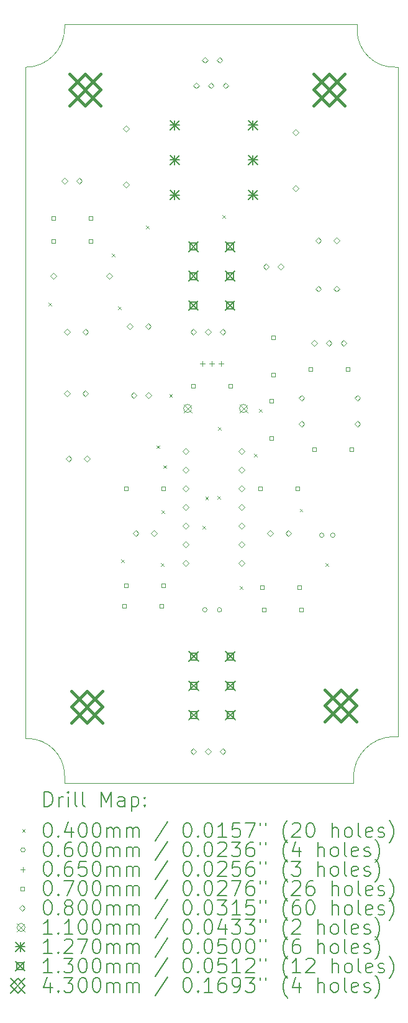
<source format=gbr>
%TF.GenerationSoftware,KiCad,Pcbnew,7.0.10-7.0.10~ubuntu22.04.1*%
%TF.CreationDate,2024-01-09T13:34:05+01:00*%
%TF.ProjectId,pedal,70656461-6c2e-46b6-9963-61645f706362,rev?*%
%TF.SameCoordinates,Original*%
%TF.FileFunction,Drillmap*%
%TF.FilePolarity,Positive*%
%FSLAX45Y45*%
G04 Gerber Fmt 4.5, Leading zero omitted, Abs format (unit mm)*
G04 Created by KiCad (PCBNEW 7.0.10-7.0.10~ubuntu22.04.1) date 2024-01-09 13:34:05*
%MOMM*%
%LPD*%
G01*
G04 APERTURE LIST*
%ADD10C,0.100000*%
%ADD11C,0.200000*%
%ADD12C,0.110000*%
%ADD13C,0.127000*%
%ADD14C,0.130000*%
%ADD15C,0.430000*%
G04 APERTURE END LIST*
D10*
X5029200Y-14376400D02*
X8966200Y-14376400D01*
X9525000Y-13741400D02*
G75*
G03*
X8966200Y-14300200I0J-558800D01*
G01*
X4495800Y-13766800D02*
X4521200Y-13766800D01*
X9017000Y-4114800D02*
G75*
G03*
X9551700Y-4622098I508000J0D01*
G01*
X9017000Y-4038600D02*
X5029200Y-4038600D01*
X9525000Y-13741400D02*
X9575800Y-13741400D01*
X5029200Y-4089400D02*
X5029200Y-4038600D01*
X9017000Y-4114800D02*
X9017000Y-4038600D01*
X4495800Y-4622800D02*
X4495800Y-13766800D01*
X9575800Y-13741400D02*
X9575800Y-4622800D01*
X9575800Y-4622800D02*
X9551700Y-4622098D01*
X4495800Y-4622800D02*
G75*
G03*
X5029200Y-4089400I0J533400D01*
G01*
X8966200Y-14300200D02*
X8966200Y-14376400D01*
X5029200Y-14274800D02*
G75*
G03*
X4521200Y-13766800I-508000J0D01*
G01*
X5029200Y-14274800D02*
X5029200Y-14376400D01*
D11*
D10*
X4811080Y-7828600D02*
X4851080Y-7868600D01*
X4851080Y-7828600D02*
X4811080Y-7868600D01*
X5673030Y-7165260D02*
X5713030Y-7205260D01*
X5713030Y-7165260D02*
X5673030Y-7205260D01*
X5761040Y-7884480D02*
X5801040Y-7924480D01*
X5801040Y-7884480D02*
X5761040Y-7924480D01*
X5800450Y-11329870D02*
X5840450Y-11369870D01*
X5840450Y-11329870D02*
X5800450Y-11369870D01*
X6142040Y-6782120D02*
X6182040Y-6822120D01*
X6182040Y-6782120D02*
X6142040Y-6822120D01*
X6284280Y-9774240D02*
X6324280Y-9814240D01*
X6324280Y-9774240D02*
X6284280Y-9814240D01*
X6343440Y-11378550D02*
X6383440Y-11418550D01*
X6383440Y-11378550D02*
X6343440Y-11418550D01*
X6350320Y-10658160D02*
X6390320Y-10698160D01*
X6390320Y-10658160D02*
X6350320Y-10698160D01*
X6375210Y-10044870D02*
X6415210Y-10084870D01*
X6415210Y-10044870D02*
X6375210Y-10084870D01*
X6457000Y-9073200D02*
X6497000Y-9113200D01*
X6497000Y-9073200D02*
X6457000Y-9113200D01*
X6909120Y-10871520D02*
X6949120Y-10911520D01*
X6949120Y-10871520D02*
X6909120Y-10911520D01*
X6948450Y-10475330D02*
X6988450Y-10515330D01*
X6988450Y-10475330D02*
X6948450Y-10515330D01*
X7110920Y-10462020D02*
X7150920Y-10502020D01*
X7150920Y-10462020D02*
X7110920Y-10502020D01*
X7119620Y-9525040D02*
X7159620Y-9565040D01*
X7159620Y-9525040D02*
X7119620Y-9565040D01*
X7178360Y-6634800D02*
X7218360Y-6674800D01*
X7218360Y-6634800D02*
X7178360Y-6674800D01*
X7414950Y-11690040D02*
X7454950Y-11730040D01*
X7454950Y-11690040D02*
X7414950Y-11730040D01*
X7615240Y-9891080D02*
X7655240Y-9931080D01*
X7655240Y-9891080D02*
X7615240Y-9931080D01*
X7680450Y-9280320D02*
X7720450Y-9320320D01*
X7720450Y-9280320D02*
X7680450Y-9320320D01*
X8235000Y-10637840D02*
X8275000Y-10677840D01*
X8275000Y-10637840D02*
X8235000Y-10677840D01*
X8585060Y-11378550D02*
X8625060Y-11418550D01*
X8625060Y-11378550D02*
X8585060Y-11418550D01*
X6970690Y-12014200D02*
G75*
G03*
X6910690Y-12014200I-30000J0D01*
G01*
X6910690Y-12014200D02*
G75*
G03*
X6970690Y-12014200I30000J0D01*
G01*
X7170690Y-12014200D02*
G75*
G03*
X7110690Y-12014200I-30000J0D01*
G01*
X7110690Y-12014200D02*
G75*
G03*
X7170690Y-12014200I30000J0D01*
G01*
X8564400Y-10998200D02*
G75*
G03*
X8504400Y-10998200I-30000J0D01*
G01*
X8504400Y-10998200D02*
G75*
G03*
X8564400Y-10998200I30000J0D01*
G01*
X8714400Y-10998200D02*
G75*
G03*
X8654400Y-10998200I-30000J0D01*
G01*
X8654400Y-10998200D02*
G75*
G03*
X8714400Y-10998200I30000J0D01*
G01*
X6908800Y-8628900D02*
X6908800Y-8693900D01*
X6876300Y-8661400D02*
X6941300Y-8661400D01*
X7035800Y-8628900D02*
X7035800Y-8693900D01*
X7003300Y-8661400D02*
X7068300Y-8661400D01*
X7162800Y-8628900D02*
X7162800Y-8693900D01*
X7130300Y-8661400D02*
X7195300Y-8661400D01*
X4901549Y-6704949D02*
X4901549Y-6655451D01*
X4852051Y-6655451D01*
X4852051Y-6704949D01*
X4901549Y-6704949D01*
X4901549Y-7019949D02*
X4901549Y-6970451D01*
X4852051Y-6970451D01*
X4852051Y-7019949D01*
X4901549Y-7019949D01*
X5409549Y-6704949D02*
X5409549Y-6655451D01*
X5360051Y-6655451D01*
X5360051Y-6704949D01*
X5409549Y-6704949D01*
X5409549Y-7019949D02*
X5409549Y-6970451D01*
X5360051Y-6970451D01*
X5360051Y-7019949D01*
X5409549Y-7019949D01*
X5866749Y-11988149D02*
X5866749Y-11938651D01*
X5817251Y-11938651D01*
X5817251Y-11988149D01*
X5866749Y-11988149D01*
X5892149Y-10387949D02*
X5892149Y-10338451D01*
X5842651Y-10338451D01*
X5842651Y-10387949D01*
X5892149Y-10387949D01*
X5892149Y-11708749D02*
X5892149Y-11659251D01*
X5842651Y-11659251D01*
X5842651Y-11708749D01*
X5892149Y-11708749D01*
X6374749Y-11988149D02*
X6374749Y-11938651D01*
X6325251Y-11938651D01*
X6325251Y-11988149D01*
X6374749Y-11988149D01*
X6400149Y-10387949D02*
X6400149Y-10338451D01*
X6350651Y-10338451D01*
X6350651Y-10387949D01*
X6400149Y-10387949D01*
X6400149Y-11708749D02*
X6400149Y-11659251D01*
X6350651Y-11659251D01*
X6350651Y-11708749D01*
X6400149Y-11708749D01*
X6806549Y-8990949D02*
X6806549Y-8941451D01*
X6757051Y-8941451D01*
X6757051Y-8990949D01*
X6806549Y-8990949D01*
X7314549Y-8990949D02*
X7314549Y-8941451D01*
X7265051Y-8941451D01*
X7265051Y-8990949D01*
X7314549Y-8990949D01*
X7720949Y-10387949D02*
X7720949Y-10338451D01*
X7671451Y-10338451D01*
X7671451Y-10387949D01*
X7720949Y-10387949D01*
X7746349Y-11734149D02*
X7746349Y-11684651D01*
X7696851Y-11684651D01*
X7696851Y-11734149D01*
X7746349Y-11734149D01*
X7771749Y-12038949D02*
X7771749Y-11989451D01*
X7722251Y-11989451D01*
X7722251Y-12038949D01*
X7771749Y-12038949D01*
X7873349Y-9194149D02*
X7873349Y-9144651D01*
X7823851Y-9144651D01*
X7823851Y-9194149D01*
X7873349Y-9194149D01*
X7873349Y-9702149D02*
X7873349Y-9652651D01*
X7823851Y-9652651D01*
X7823851Y-9702149D01*
X7873349Y-9702149D01*
X7898749Y-8330549D02*
X7898749Y-8281051D01*
X7849251Y-8281051D01*
X7849251Y-8330549D01*
X7898749Y-8330549D01*
X7898749Y-8838549D02*
X7898749Y-8789051D01*
X7849251Y-8789051D01*
X7849251Y-8838549D01*
X7898749Y-8838549D01*
X8228949Y-10387949D02*
X8228949Y-10338451D01*
X8179451Y-10338451D01*
X8179451Y-10387949D01*
X8228949Y-10387949D01*
X8254349Y-11734149D02*
X8254349Y-11684651D01*
X8204851Y-11684651D01*
X8204851Y-11734149D01*
X8254349Y-11734149D01*
X8279749Y-12038949D02*
X8279749Y-11989451D01*
X8230251Y-11989451D01*
X8230251Y-12038949D01*
X8279749Y-12038949D01*
X8406749Y-8762349D02*
X8406749Y-8712851D01*
X8357251Y-8712851D01*
X8357251Y-8762349D01*
X8406749Y-8762349D01*
X8457549Y-9854549D02*
X8457549Y-9805051D01*
X8408051Y-9805051D01*
X8408051Y-9854549D01*
X8457549Y-9854549D01*
X8914749Y-8762349D02*
X8914749Y-8712851D01*
X8865251Y-8712851D01*
X8865251Y-8762349D01*
X8914749Y-8762349D01*
X8965549Y-9854549D02*
X8965549Y-9805051D01*
X8916051Y-9805051D01*
X8916051Y-9854549D01*
X8965549Y-9854549D01*
X4876800Y-7507600D02*
X4916800Y-7467600D01*
X4876800Y-7427600D01*
X4836800Y-7467600D01*
X4876800Y-7507600D01*
X5029200Y-6212200D02*
X5069200Y-6172200D01*
X5029200Y-6132200D01*
X4989200Y-6172200D01*
X5029200Y-6212200D01*
X5061090Y-9107800D02*
X5101090Y-9067800D01*
X5061090Y-9027800D01*
X5021090Y-9067800D01*
X5061090Y-9107800D01*
X5063360Y-8269600D02*
X5103360Y-8229600D01*
X5063360Y-8189600D01*
X5023360Y-8229600D01*
X5063360Y-8269600D01*
X5084000Y-9996800D02*
X5124000Y-9956800D01*
X5084000Y-9916800D01*
X5044000Y-9956800D01*
X5084000Y-9996800D01*
X5229200Y-6212200D02*
X5269200Y-6172200D01*
X5229200Y-6132200D01*
X5189200Y-6172200D01*
X5229200Y-6212200D01*
X5311090Y-9107800D02*
X5351090Y-9067800D01*
X5311090Y-9027800D01*
X5271090Y-9067800D01*
X5311090Y-9107800D01*
X5313360Y-8269600D02*
X5353360Y-8229600D01*
X5313360Y-8189600D01*
X5273360Y-8229600D01*
X5313360Y-8269600D01*
X5334000Y-9996800D02*
X5374000Y-9956800D01*
X5334000Y-9916800D01*
X5294000Y-9956800D01*
X5334000Y-9996800D01*
X5638800Y-7507600D02*
X5678800Y-7467600D01*
X5638800Y-7427600D01*
X5598800Y-7467600D01*
X5638800Y-7507600D01*
X5867400Y-5501000D02*
X5907400Y-5461000D01*
X5867400Y-5421000D01*
X5827400Y-5461000D01*
X5867400Y-5501000D01*
X5867400Y-6263000D02*
X5907400Y-6223000D01*
X5867400Y-6183000D01*
X5827400Y-6223000D01*
X5867400Y-6263000D01*
X5918200Y-8193400D02*
X5958200Y-8153400D01*
X5918200Y-8113400D01*
X5878200Y-8153400D01*
X5918200Y-8193400D01*
X5972200Y-9133200D02*
X6012200Y-9093200D01*
X5972200Y-9053200D01*
X5932200Y-9093200D01*
X5972200Y-9133200D01*
X5998400Y-11012800D02*
X6038400Y-10972800D01*
X5998400Y-10932800D01*
X5958400Y-10972800D01*
X5998400Y-11012800D01*
X6168200Y-8193400D02*
X6208200Y-8153400D01*
X6168200Y-8113400D01*
X6128200Y-8153400D01*
X6168200Y-8193400D01*
X6172200Y-9133200D02*
X6212200Y-9093200D01*
X6172200Y-9053200D01*
X6132200Y-9093200D01*
X6172200Y-9133200D01*
X6248400Y-11012800D02*
X6288400Y-10972800D01*
X6248400Y-10932800D01*
X6208400Y-10972800D01*
X6248400Y-11012800D01*
X6680200Y-9895200D02*
X6720200Y-9855200D01*
X6680200Y-9815200D01*
X6640200Y-9855200D01*
X6680200Y-9895200D01*
X6680200Y-10149200D02*
X6720200Y-10109200D01*
X6680200Y-10069200D01*
X6640200Y-10109200D01*
X6680200Y-10149200D01*
X6680200Y-10403200D02*
X6720200Y-10363200D01*
X6680200Y-10323200D01*
X6640200Y-10363200D01*
X6680200Y-10403200D01*
X6680200Y-10657200D02*
X6720200Y-10617200D01*
X6680200Y-10577200D01*
X6640200Y-10617200D01*
X6680200Y-10657200D01*
X6680200Y-10911200D02*
X6720200Y-10871200D01*
X6680200Y-10831200D01*
X6640200Y-10871200D01*
X6680200Y-10911200D01*
X6680200Y-11165200D02*
X6720200Y-11125200D01*
X6680200Y-11085200D01*
X6640200Y-11125200D01*
X6680200Y-11165200D01*
X6680200Y-11419200D02*
X6720200Y-11379200D01*
X6680200Y-11339200D01*
X6640200Y-11379200D01*
X6680200Y-11419200D01*
X6785000Y-8269600D02*
X6825000Y-8229600D01*
X6785000Y-8189600D01*
X6745000Y-8229600D01*
X6785000Y-8269600D01*
X6785000Y-13984600D02*
X6825000Y-13944600D01*
X6785000Y-13904600D01*
X6745000Y-13944600D01*
X6785000Y-13984600D01*
X6823760Y-4911720D02*
X6863760Y-4871720D01*
X6823760Y-4831720D01*
X6783760Y-4871720D01*
X6823760Y-4911720D01*
X6942480Y-4566280D02*
X6982480Y-4526280D01*
X6942480Y-4486280D01*
X6902480Y-4526280D01*
X6942480Y-4566280D01*
X6985000Y-8269600D02*
X7025000Y-8229600D01*
X6985000Y-8189600D01*
X6945000Y-8229600D01*
X6985000Y-8269600D01*
X6985000Y-13984600D02*
X7025000Y-13944600D01*
X6985000Y-13904600D01*
X6945000Y-13944600D01*
X6985000Y-13984600D01*
X7023760Y-4911720D02*
X7063760Y-4871720D01*
X7023760Y-4831720D01*
X6983760Y-4871720D01*
X7023760Y-4911720D01*
X7142480Y-4566280D02*
X7182480Y-4526280D01*
X7142480Y-4486280D01*
X7102480Y-4526280D01*
X7142480Y-4566280D01*
X7185000Y-8269600D02*
X7225000Y-8229600D01*
X7185000Y-8189600D01*
X7145000Y-8229600D01*
X7185000Y-8269600D01*
X7185000Y-13984600D02*
X7225000Y-13944600D01*
X7185000Y-13904600D01*
X7145000Y-13944600D01*
X7185000Y-13984600D01*
X7223760Y-4911720D02*
X7263760Y-4871720D01*
X7223760Y-4831720D01*
X7183760Y-4871720D01*
X7223760Y-4911720D01*
X7442200Y-9895200D02*
X7482200Y-9855200D01*
X7442200Y-9815200D01*
X7402200Y-9855200D01*
X7442200Y-9895200D01*
X7442200Y-10149200D02*
X7482200Y-10109200D01*
X7442200Y-10069200D01*
X7402200Y-10109200D01*
X7442200Y-10149200D01*
X7442200Y-10403200D02*
X7482200Y-10363200D01*
X7442200Y-10323200D01*
X7402200Y-10363200D01*
X7442200Y-10403200D01*
X7442200Y-10657200D02*
X7482200Y-10617200D01*
X7442200Y-10577200D01*
X7402200Y-10617200D01*
X7442200Y-10657200D01*
X7442200Y-10911200D02*
X7482200Y-10871200D01*
X7442200Y-10831200D01*
X7402200Y-10871200D01*
X7442200Y-10911200D01*
X7442200Y-11165200D02*
X7482200Y-11125200D01*
X7442200Y-11085200D01*
X7402200Y-11125200D01*
X7442200Y-11165200D01*
X7442200Y-11419200D02*
X7482200Y-11379200D01*
X7442200Y-11339200D01*
X7402200Y-11379200D01*
X7442200Y-11419200D01*
X7775600Y-7380600D02*
X7815600Y-7340600D01*
X7775600Y-7300600D01*
X7735600Y-7340600D01*
X7775600Y-7380600D01*
X7829690Y-11012800D02*
X7869690Y-10972800D01*
X7829690Y-10932800D01*
X7789690Y-10972800D01*
X7829690Y-11012800D01*
X7975600Y-7380600D02*
X8015600Y-7340600D01*
X7975600Y-7300600D01*
X7935600Y-7340600D01*
X7975600Y-7380600D01*
X8079690Y-11012800D02*
X8119690Y-10972800D01*
X8079690Y-10932800D01*
X8039690Y-10972800D01*
X8079690Y-11012800D01*
X8178800Y-5551800D02*
X8218800Y-5511800D01*
X8178800Y-5471800D01*
X8138800Y-5511800D01*
X8178800Y-5551800D01*
X8178800Y-6313800D02*
X8218800Y-6273800D01*
X8178800Y-6233800D01*
X8138800Y-6273800D01*
X8178800Y-6313800D01*
X8260400Y-9167800D02*
X8300400Y-9127800D01*
X8260400Y-9087800D01*
X8220400Y-9127800D01*
X8260400Y-9167800D01*
X8260400Y-9522800D02*
X8300400Y-9482800D01*
X8260400Y-9442800D01*
X8220400Y-9482800D01*
X8260400Y-9522800D01*
X8433510Y-8422000D02*
X8473510Y-8382000D01*
X8433510Y-8342000D01*
X8393510Y-8382000D01*
X8433510Y-8422000D01*
X8487600Y-7025000D02*
X8527600Y-6985000D01*
X8487600Y-6945000D01*
X8447600Y-6985000D01*
X8487600Y-7025000D01*
X8487600Y-7680000D02*
X8527600Y-7640000D01*
X8487600Y-7600000D01*
X8447600Y-7640000D01*
X8487600Y-7680000D01*
X8633510Y-8422000D02*
X8673510Y-8382000D01*
X8633510Y-8342000D01*
X8593510Y-8382000D01*
X8633510Y-8422000D01*
X8737600Y-7025000D02*
X8777600Y-6985000D01*
X8737600Y-6945000D01*
X8697600Y-6985000D01*
X8737600Y-7025000D01*
X8737600Y-7680000D02*
X8777600Y-7640000D01*
X8737600Y-7600000D01*
X8697600Y-7640000D01*
X8737600Y-7680000D01*
X8833510Y-8422000D02*
X8873510Y-8382000D01*
X8833510Y-8342000D01*
X8793510Y-8382000D01*
X8833510Y-8422000D01*
X9022400Y-9167800D02*
X9062400Y-9127800D01*
X9022400Y-9087800D01*
X8982400Y-9127800D01*
X9022400Y-9167800D01*
X9022400Y-9522800D02*
X9062400Y-9482800D01*
X9022400Y-9442800D01*
X8982400Y-9482800D01*
X9022400Y-9522800D01*
D12*
X6650600Y-9216000D02*
X6760600Y-9326000D01*
X6760600Y-9216000D02*
X6650600Y-9326000D01*
X6760600Y-9271000D02*
G75*
G03*
X6650600Y-9271000I-55000J0D01*
G01*
X6650600Y-9271000D02*
G75*
G03*
X6760600Y-9271000I55000J0D01*
G01*
X7412600Y-9216000D02*
X7522600Y-9326000D01*
X7522600Y-9216000D02*
X7412600Y-9326000D01*
X7522600Y-9271000D02*
G75*
G03*
X7412600Y-9271000I-55000J0D01*
G01*
X7412600Y-9271000D02*
G75*
G03*
X7522600Y-9271000I55000J0D01*
G01*
D13*
X6464300Y-5346700D02*
X6591300Y-5473700D01*
X6591300Y-5346700D02*
X6464300Y-5473700D01*
X6527800Y-5346700D02*
X6527800Y-5473700D01*
X6464300Y-5410200D02*
X6591300Y-5410200D01*
X6464300Y-5822950D02*
X6591300Y-5949950D01*
X6591300Y-5822950D02*
X6464300Y-5949950D01*
X6527800Y-5822950D02*
X6527800Y-5949950D01*
X6464300Y-5886450D02*
X6591300Y-5886450D01*
X6464300Y-6299200D02*
X6591300Y-6426200D01*
X6591300Y-6299200D02*
X6464300Y-6426200D01*
X6527800Y-6299200D02*
X6527800Y-6426200D01*
X6464300Y-6362700D02*
X6591300Y-6362700D01*
X7533640Y-5346700D02*
X7660640Y-5473700D01*
X7660640Y-5346700D02*
X7533640Y-5473700D01*
X7597140Y-5346700D02*
X7597140Y-5473700D01*
X7533640Y-5410200D02*
X7660640Y-5410200D01*
X7533640Y-5822950D02*
X7660640Y-5949950D01*
X7660640Y-5822950D02*
X7533640Y-5949950D01*
X7597140Y-5822950D02*
X7597140Y-5949950D01*
X7533640Y-5886450D02*
X7660640Y-5886450D01*
X7533640Y-6299200D02*
X7660640Y-6426200D01*
X7660640Y-6299200D02*
X7533640Y-6426200D01*
X7597140Y-6299200D02*
X7597140Y-6426200D01*
X7533640Y-6362700D02*
X7660640Y-6362700D01*
D14*
X6720800Y-7002600D02*
X6850800Y-7132600D01*
X6850800Y-7002600D02*
X6720800Y-7132600D01*
X6831762Y-7113562D02*
X6831762Y-7021638D01*
X6739838Y-7021638D01*
X6739838Y-7113562D01*
X6831762Y-7113562D01*
X6720800Y-7402600D02*
X6850800Y-7532600D01*
X6850800Y-7402600D02*
X6720800Y-7532600D01*
X6831762Y-7513562D02*
X6831762Y-7421638D01*
X6739838Y-7421638D01*
X6739838Y-7513562D01*
X6831762Y-7513562D01*
X6720800Y-7802600D02*
X6850800Y-7932600D01*
X6850800Y-7802600D02*
X6720800Y-7932600D01*
X6831762Y-7913562D02*
X6831762Y-7821638D01*
X6739838Y-7821638D01*
X6739838Y-7913562D01*
X6831762Y-7913562D01*
X6724800Y-12584200D02*
X6854800Y-12714200D01*
X6854800Y-12584200D02*
X6724800Y-12714200D01*
X6835762Y-12695162D02*
X6835762Y-12603238D01*
X6743838Y-12603238D01*
X6743838Y-12695162D01*
X6835762Y-12695162D01*
X6724800Y-12984200D02*
X6854800Y-13114200D01*
X6854800Y-12984200D02*
X6724800Y-13114200D01*
X6835762Y-13095162D02*
X6835762Y-13003238D01*
X6743838Y-13003238D01*
X6743838Y-13095162D01*
X6835762Y-13095162D01*
X6724800Y-13384200D02*
X6854800Y-13514200D01*
X6854800Y-13384200D02*
X6724800Y-13514200D01*
X6835762Y-13495162D02*
X6835762Y-13403238D01*
X6743838Y-13403238D01*
X6743838Y-13495162D01*
X6835762Y-13495162D01*
X7220800Y-7002600D02*
X7350800Y-7132600D01*
X7350800Y-7002600D02*
X7220800Y-7132600D01*
X7331762Y-7113562D02*
X7331762Y-7021638D01*
X7239838Y-7021638D01*
X7239838Y-7113562D01*
X7331762Y-7113562D01*
X7220800Y-7402600D02*
X7350800Y-7532600D01*
X7350800Y-7402600D02*
X7220800Y-7532600D01*
X7331762Y-7513562D02*
X7331762Y-7421638D01*
X7239838Y-7421638D01*
X7239838Y-7513562D01*
X7331762Y-7513562D01*
X7220800Y-7802600D02*
X7350800Y-7932600D01*
X7350800Y-7802600D02*
X7220800Y-7932600D01*
X7331762Y-7913562D02*
X7331762Y-7821638D01*
X7239838Y-7821638D01*
X7239838Y-7913562D01*
X7331762Y-7913562D01*
X7224800Y-12584200D02*
X7354800Y-12714200D01*
X7354800Y-12584200D02*
X7224800Y-12714200D01*
X7335762Y-12695162D02*
X7335762Y-12603238D01*
X7243838Y-12603238D01*
X7243838Y-12695162D01*
X7335762Y-12695162D01*
X7224800Y-12984200D02*
X7354800Y-13114200D01*
X7354800Y-12984200D02*
X7224800Y-13114200D01*
X7335762Y-13095162D02*
X7335762Y-13003238D01*
X7243838Y-13003238D01*
X7243838Y-13095162D01*
X7335762Y-13095162D01*
X7224800Y-13384200D02*
X7354800Y-13514200D01*
X7354800Y-13384200D02*
X7224800Y-13514200D01*
X7335762Y-13495162D02*
X7335762Y-13403238D01*
X7243838Y-13403238D01*
X7243838Y-13495162D01*
X7335762Y-13495162D01*
D15*
X5093600Y-4712600D02*
X5523600Y-5142600D01*
X5523600Y-4712600D02*
X5093600Y-5142600D01*
X5308600Y-5142600D02*
X5523600Y-4927600D01*
X5308600Y-4712600D01*
X5093600Y-4927600D01*
X5308600Y-5142600D01*
X5119000Y-13120000D02*
X5549000Y-13550000D01*
X5549000Y-13120000D02*
X5119000Y-13550000D01*
X5334000Y-13550000D02*
X5549000Y-13335000D01*
X5334000Y-13120000D01*
X5119000Y-13335000D01*
X5334000Y-13550000D01*
X8421000Y-4712600D02*
X8851000Y-5142600D01*
X8851000Y-4712600D02*
X8421000Y-5142600D01*
X8636000Y-5142600D02*
X8851000Y-4927600D01*
X8636000Y-4712600D01*
X8421000Y-4927600D01*
X8636000Y-5142600D01*
X8578480Y-13104760D02*
X9008480Y-13534760D01*
X9008480Y-13104760D02*
X8578480Y-13534760D01*
X8793480Y-13534760D02*
X9008480Y-13319760D01*
X8793480Y-13104760D01*
X8578480Y-13319760D01*
X8793480Y-13534760D01*
D11*
X4751577Y-14692884D02*
X4751577Y-14492884D01*
X4751577Y-14492884D02*
X4799196Y-14492884D01*
X4799196Y-14492884D02*
X4827767Y-14502408D01*
X4827767Y-14502408D02*
X4846815Y-14521455D01*
X4846815Y-14521455D02*
X4856339Y-14540503D01*
X4856339Y-14540503D02*
X4865863Y-14578598D01*
X4865863Y-14578598D02*
X4865863Y-14607169D01*
X4865863Y-14607169D02*
X4856339Y-14645265D01*
X4856339Y-14645265D02*
X4846815Y-14664312D01*
X4846815Y-14664312D02*
X4827767Y-14683360D01*
X4827767Y-14683360D02*
X4799196Y-14692884D01*
X4799196Y-14692884D02*
X4751577Y-14692884D01*
X4951577Y-14692884D02*
X4951577Y-14559550D01*
X4951577Y-14597646D02*
X4961101Y-14578598D01*
X4961101Y-14578598D02*
X4970624Y-14569074D01*
X4970624Y-14569074D02*
X4989672Y-14559550D01*
X4989672Y-14559550D02*
X5008720Y-14559550D01*
X5075386Y-14692884D02*
X5075386Y-14559550D01*
X5075386Y-14492884D02*
X5065863Y-14502408D01*
X5065863Y-14502408D02*
X5075386Y-14511931D01*
X5075386Y-14511931D02*
X5084910Y-14502408D01*
X5084910Y-14502408D02*
X5075386Y-14492884D01*
X5075386Y-14492884D02*
X5075386Y-14511931D01*
X5199196Y-14692884D02*
X5180148Y-14683360D01*
X5180148Y-14683360D02*
X5170624Y-14664312D01*
X5170624Y-14664312D02*
X5170624Y-14492884D01*
X5303958Y-14692884D02*
X5284910Y-14683360D01*
X5284910Y-14683360D02*
X5275386Y-14664312D01*
X5275386Y-14664312D02*
X5275386Y-14492884D01*
X5532529Y-14692884D02*
X5532529Y-14492884D01*
X5532529Y-14492884D02*
X5599196Y-14635741D01*
X5599196Y-14635741D02*
X5665862Y-14492884D01*
X5665862Y-14492884D02*
X5665862Y-14692884D01*
X5846815Y-14692884D02*
X5846815Y-14588122D01*
X5846815Y-14588122D02*
X5837291Y-14569074D01*
X5837291Y-14569074D02*
X5818243Y-14559550D01*
X5818243Y-14559550D02*
X5780148Y-14559550D01*
X5780148Y-14559550D02*
X5761101Y-14569074D01*
X5846815Y-14683360D02*
X5827767Y-14692884D01*
X5827767Y-14692884D02*
X5780148Y-14692884D01*
X5780148Y-14692884D02*
X5761101Y-14683360D01*
X5761101Y-14683360D02*
X5751577Y-14664312D01*
X5751577Y-14664312D02*
X5751577Y-14645265D01*
X5751577Y-14645265D02*
X5761101Y-14626217D01*
X5761101Y-14626217D02*
X5780148Y-14616693D01*
X5780148Y-14616693D02*
X5827767Y-14616693D01*
X5827767Y-14616693D02*
X5846815Y-14607169D01*
X5942053Y-14559550D02*
X5942053Y-14759550D01*
X5942053Y-14569074D02*
X5961101Y-14559550D01*
X5961101Y-14559550D02*
X5999196Y-14559550D01*
X5999196Y-14559550D02*
X6018243Y-14569074D01*
X6018243Y-14569074D02*
X6027767Y-14578598D01*
X6027767Y-14578598D02*
X6037291Y-14597646D01*
X6037291Y-14597646D02*
X6037291Y-14654788D01*
X6037291Y-14654788D02*
X6027767Y-14673836D01*
X6027767Y-14673836D02*
X6018243Y-14683360D01*
X6018243Y-14683360D02*
X5999196Y-14692884D01*
X5999196Y-14692884D02*
X5961101Y-14692884D01*
X5961101Y-14692884D02*
X5942053Y-14683360D01*
X6123005Y-14673836D02*
X6132529Y-14683360D01*
X6132529Y-14683360D02*
X6123005Y-14692884D01*
X6123005Y-14692884D02*
X6113482Y-14683360D01*
X6113482Y-14683360D02*
X6123005Y-14673836D01*
X6123005Y-14673836D02*
X6123005Y-14692884D01*
X6123005Y-14569074D02*
X6132529Y-14578598D01*
X6132529Y-14578598D02*
X6123005Y-14588122D01*
X6123005Y-14588122D02*
X6113482Y-14578598D01*
X6113482Y-14578598D02*
X6123005Y-14569074D01*
X6123005Y-14569074D02*
X6123005Y-14588122D01*
D10*
X4450800Y-15001400D02*
X4490800Y-15041400D01*
X4490800Y-15001400D02*
X4450800Y-15041400D01*
D11*
X4789672Y-14912884D02*
X4808720Y-14912884D01*
X4808720Y-14912884D02*
X4827767Y-14922408D01*
X4827767Y-14922408D02*
X4837291Y-14931931D01*
X4837291Y-14931931D02*
X4846815Y-14950979D01*
X4846815Y-14950979D02*
X4856339Y-14989074D01*
X4856339Y-14989074D02*
X4856339Y-15036693D01*
X4856339Y-15036693D02*
X4846815Y-15074788D01*
X4846815Y-15074788D02*
X4837291Y-15093836D01*
X4837291Y-15093836D02*
X4827767Y-15103360D01*
X4827767Y-15103360D02*
X4808720Y-15112884D01*
X4808720Y-15112884D02*
X4789672Y-15112884D01*
X4789672Y-15112884D02*
X4770624Y-15103360D01*
X4770624Y-15103360D02*
X4761101Y-15093836D01*
X4761101Y-15093836D02*
X4751577Y-15074788D01*
X4751577Y-15074788D02*
X4742053Y-15036693D01*
X4742053Y-15036693D02*
X4742053Y-14989074D01*
X4742053Y-14989074D02*
X4751577Y-14950979D01*
X4751577Y-14950979D02*
X4761101Y-14931931D01*
X4761101Y-14931931D02*
X4770624Y-14922408D01*
X4770624Y-14922408D02*
X4789672Y-14912884D01*
X4942053Y-15093836D02*
X4951577Y-15103360D01*
X4951577Y-15103360D02*
X4942053Y-15112884D01*
X4942053Y-15112884D02*
X4932529Y-15103360D01*
X4932529Y-15103360D02*
X4942053Y-15093836D01*
X4942053Y-15093836D02*
X4942053Y-15112884D01*
X5123005Y-14979550D02*
X5123005Y-15112884D01*
X5075386Y-14903360D02*
X5027767Y-15046217D01*
X5027767Y-15046217D02*
X5151577Y-15046217D01*
X5265863Y-14912884D02*
X5284910Y-14912884D01*
X5284910Y-14912884D02*
X5303958Y-14922408D01*
X5303958Y-14922408D02*
X5313482Y-14931931D01*
X5313482Y-14931931D02*
X5323005Y-14950979D01*
X5323005Y-14950979D02*
X5332529Y-14989074D01*
X5332529Y-14989074D02*
X5332529Y-15036693D01*
X5332529Y-15036693D02*
X5323005Y-15074788D01*
X5323005Y-15074788D02*
X5313482Y-15093836D01*
X5313482Y-15093836D02*
X5303958Y-15103360D01*
X5303958Y-15103360D02*
X5284910Y-15112884D01*
X5284910Y-15112884D02*
X5265863Y-15112884D01*
X5265863Y-15112884D02*
X5246815Y-15103360D01*
X5246815Y-15103360D02*
X5237291Y-15093836D01*
X5237291Y-15093836D02*
X5227767Y-15074788D01*
X5227767Y-15074788D02*
X5218244Y-15036693D01*
X5218244Y-15036693D02*
X5218244Y-14989074D01*
X5218244Y-14989074D02*
X5227767Y-14950979D01*
X5227767Y-14950979D02*
X5237291Y-14931931D01*
X5237291Y-14931931D02*
X5246815Y-14922408D01*
X5246815Y-14922408D02*
X5265863Y-14912884D01*
X5456339Y-14912884D02*
X5475386Y-14912884D01*
X5475386Y-14912884D02*
X5494434Y-14922408D01*
X5494434Y-14922408D02*
X5503958Y-14931931D01*
X5503958Y-14931931D02*
X5513482Y-14950979D01*
X5513482Y-14950979D02*
X5523005Y-14989074D01*
X5523005Y-14989074D02*
X5523005Y-15036693D01*
X5523005Y-15036693D02*
X5513482Y-15074788D01*
X5513482Y-15074788D02*
X5503958Y-15093836D01*
X5503958Y-15093836D02*
X5494434Y-15103360D01*
X5494434Y-15103360D02*
X5475386Y-15112884D01*
X5475386Y-15112884D02*
X5456339Y-15112884D01*
X5456339Y-15112884D02*
X5437291Y-15103360D01*
X5437291Y-15103360D02*
X5427767Y-15093836D01*
X5427767Y-15093836D02*
X5418244Y-15074788D01*
X5418244Y-15074788D02*
X5408720Y-15036693D01*
X5408720Y-15036693D02*
X5408720Y-14989074D01*
X5408720Y-14989074D02*
X5418244Y-14950979D01*
X5418244Y-14950979D02*
X5427767Y-14931931D01*
X5427767Y-14931931D02*
X5437291Y-14922408D01*
X5437291Y-14922408D02*
X5456339Y-14912884D01*
X5608720Y-15112884D02*
X5608720Y-14979550D01*
X5608720Y-14998598D02*
X5618243Y-14989074D01*
X5618243Y-14989074D02*
X5637291Y-14979550D01*
X5637291Y-14979550D02*
X5665863Y-14979550D01*
X5665863Y-14979550D02*
X5684910Y-14989074D01*
X5684910Y-14989074D02*
X5694434Y-15008122D01*
X5694434Y-15008122D02*
X5694434Y-15112884D01*
X5694434Y-15008122D02*
X5703958Y-14989074D01*
X5703958Y-14989074D02*
X5723005Y-14979550D01*
X5723005Y-14979550D02*
X5751577Y-14979550D01*
X5751577Y-14979550D02*
X5770624Y-14989074D01*
X5770624Y-14989074D02*
X5780148Y-15008122D01*
X5780148Y-15008122D02*
X5780148Y-15112884D01*
X5875386Y-15112884D02*
X5875386Y-14979550D01*
X5875386Y-14998598D02*
X5884910Y-14989074D01*
X5884910Y-14989074D02*
X5903958Y-14979550D01*
X5903958Y-14979550D02*
X5932529Y-14979550D01*
X5932529Y-14979550D02*
X5951577Y-14989074D01*
X5951577Y-14989074D02*
X5961101Y-15008122D01*
X5961101Y-15008122D02*
X5961101Y-15112884D01*
X5961101Y-15008122D02*
X5970624Y-14989074D01*
X5970624Y-14989074D02*
X5989672Y-14979550D01*
X5989672Y-14979550D02*
X6018243Y-14979550D01*
X6018243Y-14979550D02*
X6037291Y-14989074D01*
X6037291Y-14989074D02*
X6046815Y-15008122D01*
X6046815Y-15008122D02*
X6046815Y-15112884D01*
X6437291Y-14903360D02*
X6265863Y-15160503D01*
X6694434Y-14912884D02*
X6713482Y-14912884D01*
X6713482Y-14912884D02*
X6732529Y-14922408D01*
X6732529Y-14922408D02*
X6742053Y-14931931D01*
X6742053Y-14931931D02*
X6751577Y-14950979D01*
X6751577Y-14950979D02*
X6761101Y-14989074D01*
X6761101Y-14989074D02*
X6761101Y-15036693D01*
X6761101Y-15036693D02*
X6751577Y-15074788D01*
X6751577Y-15074788D02*
X6742053Y-15093836D01*
X6742053Y-15093836D02*
X6732529Y-15103360D01*
X6732529Y-15103360D02*
X6713482Y-15112884D01*
X6713482Y-15112884D02*
X6694434Y-15112884D01*
X6694434Y-15112884D02*
X6675386Y-15103360D01*
X6675386Y-15103360D02*
X6665863Y-15093836D01*
X6665863Y-15093836D02*
X6656339Y-15074788D01*
X6656339Y-15074788D02*
X6646815Y-15036693D01*
X6646815Y-15036693D02*
X6646815Y-14989074D01*
X6646815Y-14989074D02*
X6656339Y-14950979D01*
X6656339Y-14950979D02*
X6665863Y-14931931D01*
X6665863Y-14931931D02*
X6675386Y-14922408D01*
X6675386Y-14922408D02*
X6694434Y-14912884D01*
X6846815Y-15093836D02*
X6856339Y-15103360D01*
X6856339Y-15103360D02*
X6846815Y-15112884D01*
X6846815Y-15112884D02*
X6837291Y-15103360D01*
X6837291Y-15103360D02*
X6846815Y-15093836D01*
X6846815Y-15093836D02*
X6846815Y-15112884D01*
X6980148Y-14912884D02*
X6999196Y-14912884D01*
X6999196Y-14912884D02*
X7018244Y-14922408D01*
X7018244Y-14922408D02*
X7027767Y-14931931D01*
X7027767Y-14931931D02*
X7037291Y-14950979D01*
X7037291Y-14950979D02*
X7046815Y-14989074D01*
X7046815Y-14989074D02*
X7046815Y-15036693D01*
X7046815Y-15036693D02*
X7037291Y-15074788D01*
X7037291Y-15074788D02*
X7027767Y-15093836D01*
X7027767Y-15093836D02*
X7018244Y-15103360D01*
X7018244Y-15103360D02*
X6999196Y-15112884D01*
X6999196Y-15112884D02*
X6980148Y-15112884D01*
X6980148Y-15112884D02*
X6961101Y-15103360D01*
X6961101Y-15103360D02*
X6951577Y-15093836D01*
X6951577Y-15093836D02*
X6942053Y-15074788D01*
X6942053Y-15074788D02*
X6932529Y-15036693D01*
X6932529Y-15036693D02*
X6932529Y-14989074D01*
X6932529Y-14989074D02*
X6942053Y-14950979D01*
X6942053Y-14950979D02*
X6951577Y-14931931D01*
X6951577Y-14931931D02*
X6961101Y-14922408D01*
X6961101Y-14922408D02*
X6980148Y-14912884D01*
X7237291Y-15112884D02*
X7123006Y-15112884D01*
X7180148Y-15112884D02*
X7180148Y-14912884D01*
X7180148Y-14912884D02*
X7161101Y-14941455D01*
X7161101Y-14941455D02*
X7142053Y-14960503D01*
X7142053Y-14960503D02*
X7123006Y-14970027D01*
X7418244Y-14912884D02*
X7323006Y-14912884D01*
X7323006Y-14912884D02*
X7313482Y-15008122D01*
X7313482Y-15008122D02*
X7323006Y-14998598D01*
X7323006Y-14998598D02*
X7342053Y-14989074D01*
X7342053Y-14989074D02*
X7389672Y-14989074D01*
X7389672Y-14989074D02*
X7408720Y-14998598D01*
X7408720Y-14998598D02*
X7418244Y-15008122D01*
X7418244Y-15008122D02*
X7427767Y-15027169D01*
X7427767Y-15027169D02*
X7427767Y-15074788D01*
X7427767Y-15074788D02*
X7418244Y-15093836D01*
X7418244Y-15093836D02*
X7408720Y-15103360D01*
X7408720Y-15103360D02*
X7389672Y-15112884D01*
X7389672Y-15112884D02*
X7342053Y-15112884D01*
X7342053Y-15112884D02*
X7323006Y-15103360D01*
X7323006Y-15103360D02*
X7313482Y-15093836D01*
X7494434Y-14912884D02*
X7627767Y-14912884D01*
X7627767Y-14912884D02*
X7542053Y-15112884D01*
X7694434Y-14912884D02*
X7694434Y-14950979D01*
X7770625Y-14912884D02*
X7770625Y-14950979D01*
X8065863Y-15189074D02*
X8056339Y-15179550D01*
X8056339Y-15179550D02*
X8037291Y-15150979D01*
X8037291Y-15150979D02*
X8027768Y-15131931D01*
X8027768Y-15131931D02*
X8018244Y-15103360D01*
X8018244Y-15103360D02*
X8008720Y-15055741D01*
X8008720Y-15055741D02*
X8008720Y-15017646D01*
X8008720Y-15017646D02*
X8018244Y-14970027D01*
X8018244Y-14970027D02*
X8027768Y-14941455D01*
X8027768Y-14941455D02*
X8037291Y-14922408D01*
X8037291Y-14922408D02*
X8056339Y-14893836D01*
X8056339Y-14893836D02*
X8065863Y-14884312D01*
X8132529Y-14931931D02*
X8142053Y-14922408D01*
X8142053Y-14922408D02*
X8161101Y-14912884D01*
X8161101Y-14912884D02*
X8208720Y-14912884D01*
X8208720Y-14912884D02*
X8227768Y-14922408D01*
X8227768Y-14922408D02*
X8237291Y-14931931D01*
X8237291Y-14931931D02*
X8246815Y-14950979D01*
X8246815Y-14950979D02*
X8246815Y-14970027D01*
X8246815Y-14970027D02*
X8237291Y-14998598D01*
X8237291Y-14998598D02*
X8123006Y-15112884D01*
X8123006Y-15112884D02*
X8246815Y-15112884D01*
X8370625Y-14912884D02*
X8389672Y-14912884D01*
X8389672Y-14912884D02*
X8408720Y-14922408D01*
X8408720Y-14922408D02*
X8418244Y-14931931D01*
X8418244Y-14931931D02*
X8427768Y-14950979D01*
X8427768Y-14950979D02*
X8437291Y-14989074D01*
X8437291Y-14989074D02*
X8437291Y-15036693D01*
X8437291Y-15036693D02*
X8427768Y-15074788D01*
X8427768Y-15074788D02*
X8418244Y-15093836D01*
X8418244Y-15093836D02*
X8408720Y-15103360D01*
X8408720Y-15103360D02*
X8389672Y-15112884D01*
X8389672Y-15112884D02*
X8370625Y-15112884D01*
X8370625Y-15112884D02*
X8351577Y-15103360D01*
X8351577Y-15103360D02*
X8342053Y-15093836D01*
X8342053Y-15093836D02*
X8332529Y-15074788D01*
X8332529Y-15074788D02*
X8323006Y-15036693D01*
X8323006Y-15036693D02*
X8323006Y-14989074D01*
X8323006Y-14989074D02*
X8332529Y-14950979D01*
X8332529Y-14950979D02*
X8342053Y-14931931D01*
X8342053Y-14931931D02*
X8351577Y-14922408D01*
X8351577Y-14922408D02*
X8370625Y-14912884D01*
X8675387Y-15112884D02*
X8675387Y-14912884D01*
X8761101Y-15112884D02*
X8761101Y-15008122D01*
X8761101Y-15008122D02*
X8751577Y-14989074D01*
X8751577Y-14989074D02*
X8732530Y-14979550D01*
X8732530Y-14979550D02*
X8703958Y-14979550D01*
X8703958Y-14979550D02*
X8684911Y-14989074D01*
X8684911Y-14989074D02*
X8675387Y-14998598D01*
X8884911Y-15112884D02*
X8865863Y-15103360D01*
X8865863Y-15103360D02*
X8856339Y-15093836D01*
X8856339Y-15093836D02*
X8846815Y-15074788D01*
X8846815Y-15074788D02*
X8846815Y-15017646D01*
X8846815Y-15017646D02*
X8856339Y-14998598D01*
X8856339Y-14998598D02*
X8865863Y-14989074D01*
X8865863Y-14989074D02*
X8884911Y-14979550D01*
X8884911Y-14979550D02*
X8913482Y-14979550D01*
X8913482Y-14979550D02*
X8932530Y-14989074D01*
X8932530Y-14989074D02*
X8942053Y-14998598D01*
X8942053Y-14998598D02*
X8951577Y-15017646D01*
X8951577Y-15017646D02*
X8951577Y-15074788D01*
X8951577Y-15074788D02*
X8942053Y-15093836D01*
X8942053Y-15093836D02*
X8932530Y-15103360D01*
X8932530Y-15103360D02*
X8913482Y-15112884D01*
X8913482Y-15112884D02*
X8884911Y-15112884D01*
X9065863Y-15112884D02*
X9046815Y-15103360D01*
X9046815Y-15103360D02*
X9037292Y-15084312D01*
X9037292Y-15084312D02*
X9037292Y-14912884D01*
X9218244Y-15103360D02*
X9199196Y-15112884D01*
X9199196Y-15112884D02*
X9161101Y-15112884D01*
X9161101Y-15112884D02*
X9142053Y-15103360D01*
X9142053Y-15103360D02*
X9132530Y-15084312D01*
X9132530Y-15084312D02*
X9132530Y-15008122D01*
X9132530Y-15008122D02*
X9142053Y-14989074D01*
X9142053Y-14989074D02*
X9161101Y-14979550D01*
X9161101Y-14979550D02*
X9199196Y-14979550D01*
X9199196Y-14979550D02*
X9218244Y-14989074D01*
X9218244Y-14989074D02*
X9227768Y-15008122D01*
X9227768Y-15008122D02*
X9227768Y-15027169D01*
X9227768Y-15027169D02*
X9132530Y-15046217D01*
X9303958Y-15103360D02*
X9323006Y-15112884D01*
X9323006Y-15112884D02*
X9361101Y-15112884D01*
X9361101Y-15112884D02*
X9380149Y-15103360D01*
X9380149Y-15103360D02*
X9389673Y-15084312D01*
X9389673Y-15084312D02*
X9389673Y-15074788D01*
X9389673Y-15074788D02*
X9380149Y-15055741D01*
X9380149Y-15055741D02*
X9361101Y-15046217D01*
X9361101Y-15046217D02*
X9332530Y-15046217D01*
X9332530Y-15046217D02*
X9313482Y-15036693D01*
X9313482Y-15036693D02*
X9303958Y-15017646D01*
X9303958Y-15017646D02*
X9303958Y-15008122D01*
X9303958Y-15008122D02*
X9313482Y-14989074D01*
X9313482Y-14989074D02*
X9332530Y-14979550D01*
X9332530Y-14979550D02*
X9361101Y-14979550D01*
X9361101Y-14979550D02*
X9380149Y-14989074D01*
X9456339Y-15189074D02*
X9465863Y-15179550D01*
X9465863Y-15179550D02*
X9484911Y-15150979D01*
X9484911Y-15150979D02*
X9494434Y-15131931D01*
X9494434Y-15131931D02*
X9503958Y-15103360D01*
X9503958Y-15103360D02*
X9513482Y-15055741D01*
X9513482Y-15055741D02*
X9513482Y-15017646D01*
X9513482Y-15017646D02*
X9503958Y-14970027D01*
X9503958Y-14970027D02*
X9494434Y-14941455D01*
X9494434Y-14941455D02*
X9484911Y-14922408D01*
X9484911Y-14922408D02*
X9465863Y-14893836D01*
X9465863Y-14893836D02*
X9456339Y-14884312D01*
D10*
X4490800Y-15285400D02*
G75*
G03*
X4430800Y-15285400I-30000J0D01*
G01*
X4430800Y-15285400D02*
G75*
G03*
X4490800Y-15285400I30000J0D01*
G01*
D11*
X4789672Y-15176884D02*
X4808720Y-15176884D01*
X4808720Y-15176884D02*
X4827767Y-15186408D01*
X4827767Y-15186408D02*
X4837291Y-15195931D01*
X4837291Y-15195931D02*
X4846815Y-15214979D01*
X4846815Y-15214979D02*
X4856339Y-15253074D01*
X4856339Y-15253074D02*
X4856339Y-15300693D01*
X4856339Y-15300693D02*
X4846815Y-15338788D01*
X4846815Y-15338788D02*
X4837291Y-15357836D01*
X4837291Y-15357836D02*
X4827767Y-15367360D01*
X4827767Y-15367360D02*
X4808720Y-15376884D01*
X4808720Y-15376884D02*
X4789672Y-15376884D01*
X4789672Y-15376884D02*
X4770624Y-15367360D01*
X4770624Y-15367360D02*
X4761101Y-15357836D01*
X4761101Y-15357836D02*
X4751577Y-15338788D01*
X4751577Y-15338788D02*
X4742053Y-15300693D01*
X4742053Y-15300693D02*
X4742053Y-15253074D01*
X4742053Y-15253074D02*
X4751577Y-15214979D01*
X4751577Y-15214979D02*
X4761101Y-15195931D01*
X4761101Y-15195931D02*
X4770624Y-15186408D01*
X4770624Y-15186408D02*
X4789672Y-15176884D01*
X4942053Y-15357836D02*
X4951577Y-15367360D01*
X4951577Y-15367360D02*
X4942053Y-15376884D01*
X4942053Y-15376884D02*
X4932529Y-15367360D01*
X4932529Y-15367360D02*
X4942053Y-15357836D01*
X4942053Y-15357836D02*
X4942053Y-15376884D01*
X5123005Y-15176884D02*
X5084910Y-15176884D01*
X5084910Y-15176884D02*
X5065863Y-15186408D01*
X5065863Y-15186408D02*
X5056339Y-15195931D01*
X5056339Y-15195931D02*
X5037291Y-15224503D01*
X5037291Y-15224503D02*
X5027767Y-15262598D01*
X5027767Y-15262598D02*
X5027767Y-15338788D01*
X5027767Y-15338788D02*
X5037291Y-15357836D01*
X5037291Y-15357836D02*
X5046815Y-15367360D01*
X5046815Y-15367360D02*
X5065863Y-15376884D01*
X5065863Y-15376884D02*
X5103958Y-15376884D01*
X5103958Y-15376884D02*
X5123005Y-15367360D01*
X5123005Y-15367360D02*
X5132529Y-15357836D01*
X5132529Y-15357836D02*
X5142053Y-15338788D01*
X5142053Y-15338788D02*
X5142053Y-15291169D01*
X5142053Y-15291169D02*
X5132529Y-15272122D01*
X5132529Y-15272122D02*
X5123005Y-15262598D01*
X5123005Y-15262598D02*
X5103958Y-15253074D01*
X5103958Y-15253074D02*
X5065863Y-15253074D01*
X5065863Y-15253074D02*
X5046815Y-15262598D01*
X5046815Y-15262598D02*
X5037291Y-15272122D01*
X5037291Y-15272122D02*
X5027767Y-15291169D01*
X5265863Y-15176884D02*
X5284910Y-15176884D01*
X5284910Y-15176884D02*
X5303958Y-15186408D01*
X5303958Y-15186408D02*
X5313482Y-15195931D01*
X5313482Y-15195931D02*
X5323005Y-15214979D01*
X5323005Y-15214979D02*
X5332529Y-15253074D01*
X5332529Y-15253074D02*
X5332529Y-15300693D01*
X5332529Y-15300693D02*
X5323005Y-15338788D01*
X5323005Y-15338788D02*
X5313482Y-15357836D01*
X5313482Y-15357836D02*
X5303958Y-15367360D01*
X5303958Y-15367360D02*
X5284910Y-15376884D01*
X5284910Y-15376884D02*
X5265863Y-15376884D01*
X5265863Y-15376884D02*
X5246815Y-15367360D01*
X5246815Y-15367360D02*
X5237291Y-15357836D01*
X5237291Y-15357836D02*
X5227767Y-15338788D01*
X5227767Y-15338788D02*
X5218244Y-15300693D01*
X5218244Y-15300693D02*
X5218244Y-15253074D01*
X5218244Y-15253074D02*
X5227767Y-15214979D01*
X5227767Y-15214979D02*
X5237291Y-15195931D01*
X5237291Y-15195931D02*
X5246815Y-15186408D01*
X5246815Y-15186408D02*
X5265863Y-15176884D01*
X5456339Y-15176884D02*
X5475386Y-15176884D01*
X5475386Y-15176884D02*
X5494434Y-15186408D01*
X5494434Y-15186408D02*
X5503958Y-15195931D01*
X5503958Y-15195931D02*
X5513482Y-15214979D01*
X5513482Y-15214979D02*
X5523005Y-15253074D01*
X5523005Y-15253074D02*
X5523005Y-15300693D01*
X5523005Y-15300693D02*
X5513482Y-15338788D01*
X5513482Y-15338788D02*
X5503958Y-15357836D01*
X5503958Y-15357836D02*
X5494434Y-15367360D01*
X5494434Y-15367360D02*
X5475386Y-15376884D01*
X5475386Y-15376884D02*
X5456339Y-15376884D01*
X5456339Y-15376884D02*
X5437291Y-15367360D01*
X5437291Y-15367360D02*
X5427767Y-15357836D01*
X5427767Y-15357836D02*
X5418244Y-15338788D01*
X5418244Y-15338788D02*
X5408720Y-15300693D01*
X5408720Y-15300693D02*
X5408720Y-15253074D01*
X5408720Y-15253074D02*
X5418244Y-15214979D01*
X5418244Y-15214979D02*
X5427767Y-15195931D01*
X5427767Y-15195931D02*
X5437291Y-15186408D01*
X5437291Y-15186408D02*
X5456339Y-15176884D01*
X5608720Y-15376884D02*
X5608720Y-15243550D01*
X5608720Y-15262598D02*
X5618243Y-15253074D01*
X5618243Y-15253074D02*
X5637291Y-15243550D01*
X5637291Y-15243550D02*
X5665863Y-15243550D01*
X5665863Y-15243550D02*
X5684910Y-15253074D01*
X5684910Y-15253074D02*
X5694434Y-15272122D01*
X5694434Y-15272122D02*
X5694434Y-15376884D01*
X5694434Y-15272122D02*
X5703958Y-15253074D01*
X5703958Y-15253074D02*
X5723005Y-15243550D01*
X5723005Y-15243550D02*
X5751577Y-15243550D01*
X5751577Y-15243550D02*
X5770624Y-15253074D01*
X5770624Y-15253074D02*
X5780148Y-15272122D01*
X5780148Y-15272122D02*
X5780148Y-15376884D01*
X5875386Y-15376884D02*
X5875386Y-15243550D01*
X5875386Y-15262598D02*
X5884910Y-15253074D01*
X5884910Y-15253074D02*
X5903958Y-15243550D01*
X5903958Y-15243550D02*
X5932529Y-15243550D01*
X5932529Y-15243550D02*
X5951577Y-15253074D01*
X5951577Y-15253074D02*
X5961101Y-15272122D01*
X5961101Y-15272122D02*
X5961101Y-15376884D01*
X5961101Y-15272122D02*
X5970624Y-15253074D01*
X5970624Y-15253074D02*
X5989672Y-15243550D01*
X5989672Y-15243550D02*
X6018243Y-15243550D01*
X6018243Y-15243550D02*
X6037291Y-15253074D01*
X6037291Y-15253074D02*
X6046815Y-15272122D01*
X6046815Y-15272122D02*
X6046815Y-15376884D01*
X6437291Y-15167360D02*
X6265863Y-15424503D01*
X6694434Y-15176884D02*
X6713482Y-15176884D01*
X6713482Y-15176884D02*
X6732529Y-15186408D01*
X6732529Y-15186408D02*
X6742053Y-15195931D01*
X6742053Y-15195931D02*
X6751577Y-15214979D01*
X6751577Y-15214979D02*
X6761101Y-15253074D01*
X6761101Y-15253074D02*
X6761101Y-15300693D01*
X6761101Y-15300693D02*
X6751577Y-15338788D01*
X6751577Y-15338788D02*
X6742053Y-15357836D01*
X6742053Y-15357836D02*
X6732529Y-15367360D01*
X6732529Y-15367360D02*
X6713482Y-15376884D01*
X6713482Y-15376884D02*
X6694434Y-15376884D01*
X6694434Y-15376884D02*
X6675386Y-15367360D01*
X6675386Y-15367360D02*
X6665863Y-15357836D01*
X6665863Y-15357836D02*
X6656339Y-15338788D01*
X6656339Y-15338788D02*
X6646815Y-15300693D01*
X6646815Y-15300693D02*
X6646815Y-15253074D01*
X6646815Y-15253074D02*
X6656339Y-15214979D01*
X6656339Y-15214979D02*
X6665863Y-15195931D01*
X6665863Y-15195931D02*
X6675386Y-15186408D01*
X6675386Y-15186408D02*
X6694434Y-15176884D01*
X6846815Y-15357836D02*
X6856339Y-15367360D01*
X6856339Y-15367360D02*
X6846815Y-15376884D01*
X6846815Y-15376884D02*
X6837291Y-15367360D01*
X6837291Y-15367360D02*
X6846815Y-15357836D01*
X6846815Y-15357836D02*
X6846815Y-15376884D01*
X6980148Y-15176884D02*
X6999196Y-15176884D01*
X6999196Y-15176884D02*
X7018244Y-15186408D01*
X7018244Y-15186408D02*
X7027767Y-15195931D01*
X7027767Y-15195931D02*
X7037291Y-15214979D01*
X7037291Y-15214979D02*
X7046815Y-15253074D01*
X7046815Y-15253074D02*
X7046815Y-15300693D01*
X7046815Y-15300693D02*
X7037291Y-15338788D01*
X7037291Y-15338788D02*
X7027767Y-15357836D01*
X7027767Y-15357836D02*
X7018244Y-15367360D01*
X7018244Y-15367360D02*
X6999196Y-15376884D01*
X6999196Y-15376884D02*
X6980148Y-15376884D01*
X6980148Y-15376884D02*
X6961101Y-15367360D01*
X6961101Y-15367360D02*
X6951577Y-15357836D01*
X6951577Y-15357836D02*
X6942053Y-15338788D01*
X6942053Y-15338788D02*
X6932529Y-15300693D01*
X6932529Y-15300693D02*
X6932529Y-15253074D01*
X6932529Y-15253074D02*
X6942053Y-15214979D01*
X6942053Y-15214979D02*
X6951577Y-15195931D01*
X6951577Y-15195931D02*
X6961101Y-15186408D01*
X6961101Y-15186408D02*
X6980148Y-15176884D01*
X7123006Y-15195931D02*
X7132529Y-15186408D01*
X7132529Y-15186408D02*
X7151577Y-15176884D01*
X7151577Y-15176884D02*
X7199196Y-15176884D01*
X7199196Y-15176884D02*
X7218244Y-15186408D01*
X7218244Y-15186408D02*
X7227767Y-15195931D01*
X7227767Y-15195931D02*
X7237291Y-15214979D01*
X7237291Y-15214979D02*
X7237291Y-15234027D01*
X7237291Y-15234027D02*
X7227767Y-15262598D01*
X7227767Y-15262598D02*
X7113482Y-15376884D01*
X7113482Y-15376884D02*
X7237291Y-15376884D01*
X7303958Y-15176884D02*
X7427767Y-15176884D01*
X7427767Y-15176884D02*
X7361101Y-15253074D01*
X7361101Y-15253074D02*
X7389672Y-15253074D01*
X7389672Y-15253074D02*
X7408720Y-15262598D01*
X7408720Y-15262598D02*
X7418244Y-15272122D01*
X7418244Y-15272122D02*
X7427767Y-15291169D01*
X7427767Y-15291169D02*
X7427767Y-15338788D01*
X7427767Y-15338788D02*
X7418244Y-15357836D01*
X7418244Y-15357836D02*
X7408720Y-15367360D01*
X7408720Y-15367360D02*
X7389672Y-15376884D01*
X7389672Y-15376884D02*
X7332529Y-15376884D01*
X7332529Y-15376884D02*
X7313482Y-15367360D01*
X7313482Y-15367360D02*
X7303958Y-15357836D01*
X7599196Y-15176884D02*
X7561101Y-15176884D01*
X7561101Y-15176884D02*
X7542053Y-15186408D01*
X7542053Y-15186408D02*
X7532529Y-15195931D01*
X7532529Y-15195931D02*
X7513482Y-15224503D01*
X7513482Y-15224503D02*
X7503958Y-15262598D01*
X7503958Y-15262598D02*
X7503958Y-15338788D01*
X7503958Y-15338788D02*
X7513482Y-15357836D01*
X7513482Y-15357836D02*
X7523006Y-15367360D01*
X7523006Y-15367360D02*
X7542053Y-15376884D01*
X7542053Y-15376884D02*
X7580148Y-15376884D01*
X7580148Y-15376884D02*
X7599196Y-15367360D01*
X7599196Y-15367360D02*
X7608720Y-15357836D01*
X7608720Y-15357836D02*
X7618244Y-15338788D01*
X7618244Y-15338788D02*
X7618244Y-15291169D01*
X7618244Y-15291169D02*
X7608720Y-15272122D01*
X7608720Y-15272122D02*
X7599196Y-15262598D01*
X7599196Y-15262598D02*
X7580148Y-15253074D01*
X7580148Y-15253074D02*
X7542053Y-15253074D01*
X7542053Y-15253074D02*
X7523006Y-15262598D01*
X7523006Y-15262598D02*
X7513482Y-15272122D01*
X7513482Y-15272122D02*
X7503958Y-15291169D01*
X7694434Y-15176884D02*
X7694434Y-15214979D01*
X7770625Y-15176884D02*
X7770625Y-15214979D01*
X8065863Y-15453074D02*
X8056339Y-15443550D01*
X8056339Y-15443550D02*
X8037291Y-15414979D01*
X8037291Y-15414979D02*
X8027768Y-15395931D01*
X8027768Y-15395931D02*
X8018244Y-15367360D01*
X8018244Y-15367360D02*
X8008720Y-15319741D01*
X8008720Y-15319741D02*
X8008720Y-15281646D01*
X8008720Y-15281646D02*
X8018244Y-15234027D01*
X8018244Y-15234027D02*
X8027768Y-15205455D01*
X8027768Y-15205455D02*
X8037291Y-15186408D01*
X8037291Y-15186408D02*
X8056339Y-15157836D01*
X8056339Y-15157836D02*
X8065863Y-15148312D01*
X8227768Y-15243550D02*
X8227768Y-15376884D01*
X8180148Y-15167360D02*
X8132529Y-15310217D01*
X8132529Y-15310217D02*
X8256339Y-15310217D01*
X8484911Y-15376884D02*
X8484911Y-15176884D01*
X8570625Y-15376884D02*
X8570625Y-15272122D01*
X8570625Y-15272122D02*
X8561101Y-15253074D01*
X8561101Y-15253074D02*
X8542053Y-15243550D01*
X8542053Y-15243550D02*
X8513482Y-15243550D01*
X8513482Y-15243550D02*
X8494434Y-15253074D01*
X8494434Y-15253074D02*
X8484911Y-15262598D01*
X8694434Y-15376884D02*
X8675387Y-15367360D01*
X8675387Y-15367360D02*
X8665863Y-15357836D01*
X8665863Y-15357836D02*
X8656339Y-15338788D01*
X8656339Y-15338788D02*
X8656339Y-15281646D01*
X8656339Y-15281646D02*
X8665863Y-15262598D01*
X8665863Y-15262598D02*
X8675387Y-15253074D01*
X8675387Y-15253074D02*
X8694434Y-15243550D01*
X8694434Y-15243550D02*
X8723006Y-15243550D01*
X8723006Y-15243550D02*
X8742053Y-15253074D01*
X8742053Y-15253074D02*
X8751577Y-15262598D01*
X8751577Y-15262598D02*
X8761101Y-15281646D01*
X8761101Y-15281646D02*
X8761101Y-15338788D01*
X8761101Y-15338788D02*
X8751577Y-15357836D01*
X8751577Y-15357836D02*
X8742053Y-15367360D01*
X8742053Y-15367360D02*
X8723006Y-15376884D01*
X8723006Y-15376884D02*
X8694434Y-15376884D01*
X8875387Y-15376884D02*
X8856339Y-15367360D01*
X8856339Y-15367360D02*
X8846815Y-15348312D01*
X8846815Y-15348312D02*
X8846815Y-15176884D01*
X9027768Y-15367360D02*
X9008720Y-15376884D01*
X9008720Y-15376884D02*
X8970625Y-15376884D01*
X8970625Y-15376884D02*
X8951577Y-15367360D01*
X8951577Y-15367360D02*
X8942053Y-15348312D01*
X8942053Y-15348312D02*
X8942053Y-15272122D01*
X8942053Y-15272122D02*
X8951577Y-15253074D01*
X8951577Y-15253074D02*
X8970625Y-15243550D01*
X8970625Y-15243550D02*
X9008720Y-15243550D01*
X9008720Y-15243550D02*
X9027768Y-15253074D01*
X9027768Y-15253074D02*
X9037292Y-15272122D01*
X9037292Y-15272122D02*
X9037292Y-15291169D01*
X9037292Y-15291169D02*
X8942053Y-15310217D01*
X9113482Y-15367360D02*
X9132530Y-15376884D01*
X9132530Y-15376884D02*
X9170625Y-15376884D01*
X9170625Y-15376884D02*
X9189673Y-15367360D01*
X9189673Y-15367360D02*
X9199196Y-15348312D01*
X9199196Y-15348312D02*
X9199196Y-15338788D01*
X9199196Y-15338788D02*
X9189673Y-15319741D01*
X9189673Y-15319741D02*
X9170625Y-15310217D01*
X9170625Y-15310217D02*
X9142053Y-15310217D01*
X9142053Y-15310217D02*
X9123006Y-15300693D01*
X9123006Y-15300693D02*
X9113482Y-15281646D01*
X9113482Y-15281646D02*
X9113482Y-15272122D01*
X9113482Y-15272122D02*
X9123006Y-15253074D01*
X9123006Y-15253074D02*
X9142053Y-15243550D01*
X9142053Y-15243550D02*
X9170625Y-15243550D01*
X9170625Y-15243550D02*
X9189673Y-15253074D01*
X9265863Y-15453074D02*
X9275387Y-15443550D01*
X9275387Y-15443550D02*
X9294434Y-15414979D01*
X9294434Y-15414979D02*
X9303958Y-15395931D01*
X9303958Y-15395931D02*
X9313482Y-15367360D01*
X9313482Y-15367360D02*
X9323006Y-15319741D01*
X9323006Y-15319741D02*
X9323006Y-15281646D01*
X9323006Y-15281646D02*
X9313482Y-15234027D01*
X9313482Y-15234027D02*
X9303958Y-15205455D01*
X9303958Y-15205455D02*
X9294434Y-15186408D01*
X9294434Y-15186408D02*
X9275387Y-15157836D01*
X9275387Y-15157836D02*
X9265863Y-15148312D01*
D10*
X4458300Y-15516900D02*
X4458300Y-15581900D01*
X4425800Y-15549400D02*
X4490800Y-15549400D01*
D11*
X4789672Y-15440884D02*
X4808720Y-15440884D01*
X4808720Y-15440884D02*
X4827767Y-15450408D01*
X4827767Y-15450408D02*
X4837291Y-15459931D01*
X4837291Y-15459931D02*
X4846815Y-15478979D01*
X4846815Y-15478979D02*
X4856339Y-15517074D01*
X4856339Y-15517074D02*
X4856339Y-15564693D01*
X4856339Y-15564693D02*
X4846815Y-15602788D01*
X4846815Y-15602788D02*
X4837291Y-15621836D01*
X4837291Y-15621836D02*
X4827767Y-15631360D01*
X4827767Y-15631360D02*
X4808720Y-15640884D01*
X4808720Y-15640884D02*
X4789672Y-15640884D01*
X4789672Y-15640884D02*
X4770624Y-15631360D01*
X4770624Y-15631360D02*
X4761101Y-15621836D01*
X4761101Y-15621836D02*
X4751577Y-15602788D01*
X4751577Y-15602788D02*
X4742053Y-15564693D01*
X4742053Y-15564693D02*
X4742053Y-15517074D01*
X4742053Y-15517074D02*
X4751577Y-15478979D01*
X4751577Y-15478979D02*
X4761101Y-15459931D01*
X4761101Y-15459931D02*
X4770624Y-15450408D01*
X4770624Y-15450408D02*
X4789672Y-15440884D01*
X4942053Y-15621836D02*
X4951577Y-15631360D01*
X4951577Y-15631360D02*
X4942053Y-15640884D01*
X4942053Y-15640884D02*
X4932529Y-15631360D01*
X4932529Y-15631360D02*
X4942053Y-15621836D01*
X4942053Y-15621836D02*
X4942053Y-15640884D01*
X5123005Y-15440884D02*
X5084910Y-15440884D01*
X5084910Y-15440884D02*
X5065863Y-15450408D01*
X5065863Y-15450408D02*
X5056339Y-15459931D01*
X5056339Y-15459931D02*
X5037291Y-15488503D01*
X5037291Y-15488503D02*
X5027767Y-15526598D01*
X5027767Y-15526598D02*
X5027767Y-15602788D01*
X5027767Y-15602788D02*
X5037291Y-15621836D01*
X5037291Y-15621836D02*
X5046815Y-15631360D01*
X5046815Y-15631360D02*
X5065863Y-15640884D01*
X5065863Y-15640884D02*
X5103958Y-15640884D01*
X5103958Y-15640884D02*
X5123005Y-15631360D01*
X5123005Y-15631360D02*
X5132529Y-15621836D01*
X5132529Y-15621836D02*
X5142053Y-15602788D01*
X5142053Y-15602788D02*
X5142053Y-15555169D01*
X5142053Y-15555169D02*
X5132529Y-15536122D01*
X5132529Y-15536122D02*
X5123005Y-15526598D01*
X5123005Y-15526598D02*
X5103958Y-15517074D01*
X5103958Y-15517074D02*
X5065863Y-15517074D01*
X5065863Y-15517074D02*
X5046815Y-15526598D01*
X5046815Y-15526598D02*
X5037291Y-15536122D01*
X5037291Y-15536122D02*
X5027767Y-15555169D01*
X5323005Y-15440884D02*
X5227767Y-15440884D01*
X5227767Y-15440884D02*
X5218244Y-15536122D01*
X5218244Y-15536122D02*
X5227767Y-15526598D01*
X5227767Y-15526598D02*
X5246815Y-15517074D01*
X5246815Y-15517074D02*
X5294434Y-15517074D01*
X5294434Y-15517074D02*
X5313482Y-15526598D01*
X5313482Y-15526598D02*
X5323005Y-15536122D01*
X5323005Y-15536122D02*
X5332529Y-15555169D01*
X5332529Y-15555169D02*
X5332529Y-15602788D01*
X5332529Y-15602788D02*
X5323005Y-15621836D01*
X5323005Y-15621836D02*
X5313482Y-15631360D01*
X5313482Y-15631360D02*
X5294434Y-15640884D01*
X5294434Y-15640884D02*
X5246815Y-15640884D01*
X5246815Y-15640884D02*
X5227767Y-15631360D01*
X5227767Y-15631360D02*
X5218244Y-15621836D01*
X5456339Y-15440884D02*
X5475386Y-15440884D01*
X5475386Y-15440884D02*
X5494434Y-15450408D01*
X5494434Y-15450408D02*
X5503958Y-15459931D01*
X5503958Y-15459931D02*
X5513482Y-15478979D01*
X5513482Y-15478979D02*
X5523005Y-15517074D01*
X5523005Y-15517074D02*
X5523005Y-15564693D01*
X5523005Y-15564693D02*
X5513482Y-15602788D01*
X5513482Y-15602788D02*
X5503958Y-15621836D01*
X5503958Y-15621836D02*
X5494434Y-15631360D01*
X5494434Y-15631360D02*
X5475386Y-15640884D01*
X5475386Y-15640884D02*
X5456339Y-15640884D01*
X5456339Y-15640884D02*
X5437291Y-15631360D01*
X5437291Y-15631360D02*
X5427767Y-15621836D01*
X5427767Y-15621836D02*
X5418244Y-15602788D01*
X5418244Y-15602788D02*
X5408720Y-15564693D01*
X5408720Y-15564693D02*
X5408720Y-15517074D01*
X5408720Y-15517074D02*
X5418244Y-15478979D01*
X5418244Y-15478979D02*
X5427767Y-15459931D01*
X5427767Y-15459931D02*
X5437291Y-15450408D01*
X5437291Y-15450408D02*
X5456339Y-15440884D01*
X5608720Y-15640884D02*
X5608720Y-15507550D01*
X5608720Y-15526598D02*
X5618243Y-15517074D01*
X5618243Y-15517074D02*
X5637291Y-15507550D01*
X5637291Y-15507550D02*
X5665863Y-15507550D01*
X5665863Y-15507550D02*
X5684910Y-15517074D01*
X5684910Y-15517074D02*
X5694434Y-15536122D01*
X5694434Y-15536122D02*
X5694434Y-15640884D01*
X5694434Y-15536122D02*
X5703958Y-15517074D01*
X5703958Y-15517074D02*
X5723005Y-15507550D01*
X5723005Y-15507550D02*
X5751577Y-15507550D01*
X5751577Y-15507550D02*
X5770624Y-15517074D01*
X5770624Y-15517074D02*
X5780148Y-15536122D01*
X5780148Y-15536122D02*
X5780148Y-15640884D01*
X5875386Y-15640884D02*
X5875386Y-15507550D01*
X5875386Y-15526598D02*
X5884910Y-15517074D01*
X5884910Y-15517074D02*
X5903958Y-15507550D01*
X5903958Y-15507550D02*
X5932529Y-15507550D01*
X5932529Y-15507550D02*
X5951577Y-15517074D01*
X5951577Y-15517074D02*
X5961101Y-15536122D01*
X5961101Y-15536122D02*
X5961101Y-15640884D01*
X5961101Y-15536122D02*
X5970624Y-15517074D01*
X5970624Y-15517074D02*
X5989672Y-15507550D01*
X5989672Y-15507550D02*
X6018243Y-15507550D01*
X6018243Y-15507550D02*
X6037291Y-15517074D01*
X6037291Y-15517074D02*
X6046815Y-15536122D01*
X6046815Y-15536122D02*
X6046815Y-15640884D01*
X6437291Y-15431360D02*
X6265863Y-15688503D01*
X6694434Y-15440884D02*
X6713482Y-15440884D01*
X6713482Y-15440884D02*
X6732529Y-15450408D01*
X6732529Y-15450408D02*
X6742053Y-15459931D01*
X6742053Y-15459931D02*
X6751577Y-15478979D01*
X6751577Y-15478979D02*
X6761101Y-15517074D01*
X6761101Y-15517074D02*
X6761101Y-15564693D01*
X6761101Y-15564693D02*
X6751577Y-15602788D01*
X6751577Y-15602788D02*
X6742053Y-15621836D01*
X6742053Y-15621836D02*
X6732529Y-15631360D01*
X6732529Y-15631360D02*
X6713482Y-15640884D01*
X6713482Y-15640884D02*
X6694434Y-15640884D01*
X6694434Y-15640884D02*
X6675386Y-15631360D01*
X6675386Y-15631360D02*
X6665863Y-15621836D01*
X6665863Y-15621836D02*
X6656339Y-15602788D01*
X6656339Y-15602788D02*
X6646815Y-15564693D01*
X6646815Y-15564693D02*
X6646815Y-15517074D01*
X6646815Y-15517074D02*
X6656339Y-15478979D01*
X6656339Y-15478979D02*
X6665863Y-15459931D01*
X6665863Y-15459931D02*
X6675386Y-15450408D01*
X6675386Y-15450408D02*
X6694434Y-15440884D01*
X6846815Y-15621836D02*
X6856339Y-15631360D01*
X6856339Y-15631360D02*
X6846815Y-15640884D01*
X6846815Y-15640884D02*
X6837291Y-15631360D01*
X6837291Y-15631360D02*
X6846815Y-15621836D01*
X6846815Y-15621836D02*
X6846815Y-15640884D01*
X6980148Y-15440884D02*
X6999196Y-15440884D01*
X6999196Y-15440884D02*
X7018244Y-15450408D01*
X7018244Y-15450408D02*
X7027767Y-15459931D01*
X7027767Y-15459931D02*
X7037291Y-15478979D01*
X7037291Y-15478979D02*
X7046815Y-15517074D01*
X7046815Y-15517074D02*
X7046815Y-15564693D01*
X7046815Y-15564693D02*
X7037291Y-15602788D01*
X7037291Y-15602788D02*
X7027767Y-15621836D01*
X7027767Y-15621836D02*
X7018244Y-15631360D01*
X7018244Y-15631360D02*
X6999196Y-15640884D01*
X6999196Y-15640884D02*
X6980148Y-15640884D01*
X6980148Y-15640884D02*
X6961101Y-15631360D01*
X6961101Y-15631360D02*
X6951577Y-15621836D01*
X6951577Y-15621836D02*
X6942053Y-15602788D01*
X6942053Y-15602788D02*
X6932529Y-15564693D01*
X6932529Y-15564693D02*
X6932529Y-15517074D01*
X6932529Y-15517074D02*
X6942053Y-15478979D01*
X6942053Y-15478979D02*
X6951577Y-15459931D01*
X6951577Y-15459931D02*
X6961101Y-15450408D01*
X6961101Y-15450408D02*
X6980148Y-15440884D01*
X7123006Y-15459931D02*
X7132529Y-15450408D01*
X7132529Y-15450408D02*
X7151577Y-15440884D01*
X7151577Y-15440884D02*
X7199196Y-15440884D01*
X7199196Y-15440884D02*
X7218244Y-15450408D01*
X7218244Y-15450408D02*
X7227767Y-15459931D01*
X7227767Y-15459931D02*
X7237291Y-15478979D01*
X7237291Y-15478979D02*
X7237291Y-15498027D01*
X7237291Y-15498027D02*
X7227767Y-15526598D01*
X7227767Y-15526598D02*
X7113482Y-15640884D01*
X7113482Y-15640884D02*
X7237291Y-15640884D01*
X7418244Y-15440884D02*
X7323006Y-15440884D01*
X7323006Y-15440884D02*
X7313482Y-15536122D01*
X7313482Y-15536122D02*
X7323006Y-15526598D01*
X7323006Y-15526598D02*
X7342053Y-15517074D01*
X7342053Y-15517074D02*
X7389672Y-15517074D01*
X7389672Y-15517074D02*
X7408720Y-15526598D01*
X7408720Y-15526598D02*
X7418244Y-15536122D01*
X7418244Y-15536122D02*
X7427767Y-15555169D01*
X7427767Y-15555169D02*
X7427767Y-15602788D01*
X7427767Y-15602788D02*
X7418244Y-15621836D01*
X7418244Y-15621836D02*
X7408720Y-15631360D01*
X7408720Y-15631360D02*
X7389672Y-15640884D01*
X7389672Y-15640884D02*
X7342053Y-15640884D01*
X7342053Y-15640884D02*
X7323006Y-15631360D01*
X7323006Y-15631360D02*
X7313482Y-15621836D01*
X7599196Y-15440884D02*
X7561101Y-15440884D01*
X7561101Y-15440884D02*
X7542053Y-15450408D01*
X7542053Y-15450408D02*
X7532529Y-15459931D01*
X7532529Y-15459931D02*
X7513482Y-15488503D01*
X7513482Y-15488503D02*
X7503958Y-15526598D01*
X7503958Y-15526598D02*
X7503958Y-15602788D01*
X7503958Y-15602788D02*
X7513482Y-15621836D01*
X7513482Y-15621836D02*
X7523006Y-15631360D01*
X7523006Y-15631360D02*
X7542053Y-15640884D01*
X7542053Y-15640884D02*
X7580148Y-15640884D01*
X7580148Y-15640884D02*
X7599196Y-15631360D01*
X7599196Y-15631360D02*
X7608720Y-15621836D01*
X7608720Y-15621836D02*
X7618244Y-15602788D01*
X7618244Y-15602788D02*
X7618244Y-15555169D01*
X7618244Y-15555169D02*
X7608720Y-15536122D01*
X7608720Y-15536122D02*
X7599196Y-15526598D01*
X7599196Y-15526598D02*
X7580148Y-15517074D01*
X7580148Y-15517074D02*
X7542053Y-15517074D01*
X7542053Y-15517074D02*
X7523006Y-15526598D01*
X7523006Y-15526598D02*
X7513482Y-15536122D01*
X7513482Y-15536122D02*
X7503958Y-15555169D01*
X7694434Y-15440884D02*
X7694434Y-15478979D01*
X7770625Y-15440884D02*
X7770625Y-15478979D01*
X8065863Y-15717074D02*
X8056339Y-15707550D01*
X8056339Y-15707550D02*
X8037291Y-15678979D01*
X8037291Y-15678979D02*
X8027768Y-15659931D01*
X8027768Y-15659931D02*
X8018244Y-15631360D01*
X8018244Y-15631360D02*
X8008720Y-15583741D01*
X8008720Y-15583741D02*
X8008720Y-15545646D01*
X8008720Y-15545646D02*
X8018244Y-15498027D01*
X8018244Y-15498027D02*
X8027768Y-15469455D01*
X8027768Y-15469455D02*
X8037291Y-15450408D01*
X8037291Y-15450408D02*
X8056339Y-15421836D01*
X8056339Y-15421836D02*
X8065863Y-15412312D01*
X8123006Y-15440884D02*
X8246815Y-15440884D01*
X8246815Y-15440884D02*
X8180148Y-15517074D01*
X8180148Y-15517074D02*
X8208720Y-15517074D01*
X8208720Y-15517074D02*
X8227768Y-15526598D01*
X8227768Y-15526598D02*
X8237291Y-15536122D01*
X8237291Y-15536122D02*
X8246815Y-15555169D01*
X8246815Y-15555169D02*
X8246815Y-15602788D01*
X8246815Y-15602788D02*
X8237291Y-15621836D01*
X8237291Y-15621836D02*
X8227768Y-15631360D01*
X8227768Y-15631360D02*
X8208720Y-15640884D01*
X8208720Y-15640884D02*
X8151577Y-15640884D01*
X8151577Y-15640884D02*
X8132529Y-15631360D01*
X8132529Y-15631360D02*
X8123006Y-15621836D01*
X8484911Y-15640884D02*
X8484911Y-15440884D01*
X8570625Y-15640884D02*
X8570625Y-15536122D01*
X8570625Y-15536122D02*
X8561101Y-15517074D01*
X8561101Y-15517074D02*
X8542053Y-15507550D01*
X8542053Y-15507550D02*
X8513482Y-15507550D01*
X8513482Y-15507550D02*
X8494434Y-15517074D01*
X8494434Y-15517074D02*
X8484911Y-15526598D01*
X8694434Y-15640884D02*
X8675387Y-15631360D01*
X8675387Y-15631360D02*
X8665863Y-15621836D01*
X8665863Y-15621836D02*
X8656339Y-15602788D01*
X8656339Y-15602788D02*
X8656339Y-15545646D01*
X8656339Y-15545646D02*
X8665863Y-15526598D01*
X8665863Y-15526598D02*
X8675387Y-15517074D01*
X8675387Y-15517074D02*
X8694434Y-15507550D01*
X8694434Y-15507550D02*
X8723006Y-15507550D01*
X8723006Y-15507550D02*
X8742053Y-15517074D01*
X8742053Y-15517074D02*
X8751577Y-15526598D01*
X8751577Y-15526598D02*
X8761101Y-15545646D01*
X8761101Y-15545646D02*
X8761101Y-15602788D01*
X8761101Y-15602788D02*
X8751577Y-15621836D01*
X8751577Y-15621836D02*
X8742053Y-15631360D01*
X8742053Y-15631360D02*
X8723006Y-15640884D01*
X8723006Y-15640884D02*
X8694434Y-15640884D01*
X8875387Y-15640884D02*
X8856339Y-15631360D01*
X8856339Y-15631360D02*
X8846815Y-15612312D01*
X8846815Y-15612312D02*
X8846815Y-15440884D01*
X9027768Y-15631360D02*
X9008720Y-15640884D01*
X9008720Y-15640884D02*
X8970625Y-15640884D01*
X8970625Y-15640884D02*
X8951577Y-15631360D01*
X8951577Y-15631360D02*
X8942053Y-15612312D01*
X8942053Y-15612312D02*
X8942053Y-15536122D01*
X8942053Y-15536122D02*
X8951577Y-15517074D01*
X8951577Y-15517074D02*
X8970625Y-15507550D01*
X8970625Y-15507550D02*
X9008720Y-15507550D01*
X9008720Y-15507550D02*
X9027768Y-15517074D01*
X9027768Y-15517074D02*
X9037292Y-15536122D01*
X9037292Y-15536122D02*
X9037292Y-15555169D01*
X9037292Y-15555169D02*
X8942053Y-15574217D01*
X9113482Y-15631360D02*
X9132530Y-15640884D01*
X9132530Y-15640884D02*
X9170625Y-15640884D01*
X9170625Y-15640884D02*
X9189673Y-15631360D01*
X9189673Y-15631360D02*
X9199196Y-15612312D01*
X9199196Y-15612312D02*
X9199196Y-15602788D01*
X9199196Y-15602788D02*
X9189673Y-15583741D01*
X9189673Y-15583741D02*
X9170625Y-15574217D01*
X9170625Y-15574217D02*
X9142053Y-15574217D01*
X9142053Y-15574217D02*
X9123006Y-15564693D01*
X9123006Y-15564693D02*
X9113482Y-15545646D01*
X9113482Y-15545646D02*
X9113482Y-15536122D01*
X9113482Y-15536122D02*
X9123006Y-15517074D01*
X9123006Y-15517074D02*
X9142053Y-15507550D01*
X9142053Y-15507550D02*
X9170625Y-15507550D01*
X9170625Y-15507550D02*
X9189673Y-15517074D01*
X9265863Y-15717074D02*
X9275387Y-15707550D01*
X9275387Y-15707550D02*
X9294434Y-15678979D01*
X9294434Y-15678979D02*
X9303958Y-15659931D01*
X9303958Y-15659931D02*
X9313482Y-15631360D01*
X9313482Y-15631360D02*
X9323006Y-15583741D01*
X9323006Y-15583741D02*
X9323006Y-15545646D01*
X9323006Y-15545646D02*
X9313482Y-15498027D01*
X9313482Y-15498027D02*
X9303958Y-15469455D01*
X9303958Y-15469455D02*
X9294434Y-15450408D01*
X9294434Y-15450408D02*
X9275387Y-15421836D01*
X9275387Y-15421836D02*
X9265863Y-15412312D01*
D10*
X4480549Y-15838149D02*
X4480549Y-15788651D01*
X4431051Y-15788651D01*
X4431051Y-15838149D01*
X4480549Y-15838149D01*
D11*
X4789672Y-15704884D02*
X4808720Y-15704884D01*
X4808720Y-15704884D02*
X4827767Y-15714408D01*
X4827767Y-15714408D02*
X4837291Y-15723931D01*
X4837291Y-15723931D02*
X4846815Y-15742979D01*
X4846815Y-15742979D02*
X4856339Y-15781074D01*
X4856339Y-15781074D02*
X4856339Y-15828693D01*
X4856339Y-15828693D02*
X4846815Y-15866788D01*
X4846815Y-15866788D02*
X4837291Y-15885836D01*
X4837291Y-15885836D02*
X4827767Y-15895360D01*
X4827767Y-15895360D02*
X4808720Y-15904884D01*
X4808720Y-15904884D02*
X4789672Y-15904884D01*
X4789672Y-15904884D02*
X4770624Y-15895360D01*
X4770624Y-15895360D02*
X4761101Y-15885836D01*
X4761101Y-15885836D02*
X4751577Y-15866788D01*
X4751577Y-15866788D02*
X4742053Y-15828693D01*
X4742053Y-15828693D02*
X4742053Y-15781074D01*
X4742053Y-15781074D02*
X4751577Y-15742979D01*
X4751577Y-15742979D02*
X4761101Y-15723931D01*
X4761101Y-15723931D02*
X4770624Y-15714408D01*
X4770624Y-15714408D02*
X4789672Y-15704884D01*
X4942053Y-15885836D02*
X4951577Y-15895360D01*
X4951577Y-15895360D02*
X4942053Y-15904884D01*
X4942053Y-15904884D02*
X4932529Y-15895360D01*
X4932529Y-15895360D02*
X4942053Y-15885836D01*
X4942053Y-15885836D02*
X4942053Y-15904884D01*
X5018244Y-15704884D02*
X5151577Y-15704884D01*
X5151577Y-15704884D02*
X5065863Y-15904884D01*
X5265863Y-15704884D02*
X5284910Y-15704884D01*
X5284910Y-15704884D02*
X5303958Y-15714408D01*
X5303958Y-15714408D02*
X5313482Y-15723931D01*
X5313482Y-15723931D02*
X5323005Y-15742979D01*
X5323005Y-15742979D02*
X5332529Y-15781074D01*
X5332529Y-15781074D02*
X5332529Y-15828693D01*
X5332529Y-15828693D02*
X5323005Y-15866788D01*
X5323005Y-15866788D02*
X5313482Y-15885836D01*
X5313482Y-15885836D02*
X5303958Y-15895360D01*
X5303958Y-15895360D02*
X5284910Y-15904884D01*
X5284910Y-15904884D02*
X5265863Y-15904884D01*
X5265863Y-15904884D02*
X5246815Y-15895360D01*
X5246815Y-15895360D02*
X5237291Y-15885836D01*
X5237291Y-15885836D02*
X5227767Y-15866788D01*
X5227767Y-15866788D02*
X5218244Y-15828693D01*
X5218244Y-15828693D02*
X5218244Y-15781074D01*
X5218244Y-15781074D02*
X5227767Y-15742979D01*
X5227767Y-15742979D02*
X5237291Y-15723931D01*
X5237291Y-15723931D02*
X5246815Y-15714408D01*
X5246815Y-15714408D02*
X5265863Y-15704884D01*
X5456339Y-15704884D02*
X5475386Y-15704884D01*
X5475386Y-15704884D02*
X5494434Y-15714408D01*
X5494434Y-15714408D02*
X5503958Y-15723931D01*
X5503958Y-15723931D02*
X5513482Y-15742979D01*
X5513482Y-15742979D02*
X5523005Y-15781074D01*
X5523005Y-15781074D02*
X5523005Y-15828693D01*
X5523005Y-15828693D02*
X5513482Y-15866788D01*
X5513482Y-15866788D02*
X5503958Y-15885836D01*
X5503958Y-15885836D02*
X5494434Y-15895360D01*
X5494434Y-15895360D02*
X5475386Y-15904884D01*
X5475386Y-15904884D02*
X5456339Y-15904884D01*
X5456339Y-15904884D02*
X5437291Y-15895360D01*
X5437291Y-15895360D02*
X5427767Y-15885836D01*
X5427767Y-15885836D02*
X5418244Y-15866788D01*
X5418244Y-15866788D02*
X5408720Y-15828693D01*
X5408720Y-15828693D02*
X5408720Y-15781074D01*
X5408720Y-15781074D02*
X5418244Y-15742979D01*
X5418244Y-15742979D02*
X5427767Y-15723931D01*
X5427767Y-15723931D02*
X5437291Y-15714408D01*
X5437291Y-15714408D02*
X5456339Y-15704884D01*
X5608720Y-15904884D02*
X5608720Y-15771550D01*
X5608720Y-15790598D02*
X5618243Y-15781074D01*
X5618243Y-15781074D02*
X5637291Y-15771550D01*
X5637291Y-15771550D02*
X5665863Y-15771550D01*
X5665863Y-15771550D02*
X5684910Y-15781074D01*
X5684910Y-15781074D02*
X5694434Y-15800122D01*
X5694434Y-15800122D02*
X5694434Y-15904884D01*
X5694434Y-15800122D02*
X5703958Y-15781074D01*
X5703958Y-15781074D02*
X5723005Y-15771550D01*
X5723005Y-15771550D02*
X5751577Y-15771550D01*
X5751577Y-15771550D02*
X5770624Y-15781074D01*
X5770624Y-15781074D02*
X5780148Y-15800122D01*
X5780148Y-15800122D02*
X5780148Y-15904884D01*
X5875386Y-15904884D02*
X5875386Y-15771550D01*
X5875386Y-15790598D02*
X5884910Y-15781074D01*
X5884910Y-15781074D02*
X5903958Y-15771550D01*
X5903958Y-15771550D02*
X5932529Y-15771550D01*
X5932529Y-15771550D02*
X5951577Y-15781074D01*
X5951577Y-15781074D02*
X5961101Y-15800122D01*
X5961101Y-15800122D02*
X5961101Y-15904884D01*
X5961101Y-15800122D02*
X5970624Y-15781074D01*
X5970624Y-15781074D02*
X5989672Y-15771550D01*
X5989672Y-15771550D02*
X6018243Y-15771550D01*
X6018243Y-15771550D02*
X6037291Y-15781074D01*
X6037291Y-15781074D02*
X6046815Y-15800122D01*
X6046815Y-15800122D02*
X6046815Y-15904884D01*
X6437291Y-15695360D02*
X6265863Y-15952503D01*
X6694434Y-15704884D02*
X6713482Y-15704884D01*
X6713482Y-15704884D02*
X6732529Y-15714408D01*
X6732529Y-15714408D02*
X6742053Y-15723931D01*
X6742053Y-15723931D02*
X6751577Y-15742979D01*
X6751577Y-15742979D02*
X6761101Y-15781074D01*
X6761101Y-15781074D02*
X6761101Y-15828693D01*
X6761101Y-15828693D02*
X6751577Y-15866788D01*
X6751577Y-15866788D02*
X6742053Y-15885836D01*
X6742053Y-15885836D02*
X6732529Y-15895360D01*
X6732529Y-15895360D02*
X6713482Y-15904884D01*
X6713482Y-15904884D02*
X6694434Y-15904884D01*
X6694434Y-15904884D02*
X6675386Y-15895360D01*
X6675386Y-15895360D02*
X6665863Y-15885836D01*
X6665863Y-15885836D02*
X6656339Y-15866788D01*
X6656339Y-15866788D02*
X6646815Y-15828693D01*
X6646815Y-15828693D02*
X6646815Y-15781074D01*
X6646815Y-15781074D02*
X6656339Y-15742979D01*
X6656339Y-15742979D02*
X6665863Y-15723931D01*
X6665863Y-15723931D02*
X6675386Y-15714408D01*
X6675386Y-15714408D02*
X6694434Y-15704884D01*
X6846815Y-15885836D02*
X6856339Y-15895360D01*
X6856339Y-15895360D02*
X6846815Y-15904884D01*
X6846815Y-15904884D02*
X6837291Y-15895360D01*
X6837291Y-15895360D02*
X6846815Y-15885836D01*
X6846815Y-15885836D02*
X6846815Y-15904884D01*
X6980148Y-15704884D02*
X6999196Y-15704884D01*
X6999196Y-15704884D02*
X7018244Y-15714408D01*
X7018244Y-15714408D02*
X7027767Y-15723931D01*
X7027767Y-15723931D02*
X7037291Y-15742979D01*
X7037291Y-15742979D02*
X7046815Y-15781074D01*
X7046815Y-15781074D02*
X7046815Y-15828693D01*
X7046815Y-15828693D02*
X7037291Y-15866788D01*
X7037291Y-15866788D02*
X7027767Y-15885836D01*
X7027767Y-15885836D02*
X7018244Y-15895360D01*
X7018244Y-15895360D02*
X6999196Y-15904884D01*
X6999196Y-15904884D02*
X6980148Y-15904884D01*
X6980148Y-15904884D02*
X6961101Y-15895360D01*
X6961101Y-15895360D02*
X6951577Y-15885836D01*
X6951577Y-15885836D02*
X6942053Y-15866788D01*
X6942053Y-15866788D02*
X6932529Y-15828693D01*
X6932529Y-15828693D02*
X6932529Y-15781074D01*
X6932529Y-15781074D02*
X6942053Y-15742979D01*
X6942053Y-15742979D02*
X6951577Y-15723931D01*
X6951577Y-15723931D02*
X6961101Y-15714408D01*
X6961101Y-15714408D02*
X6980148Y-15704884D01*
X7123006Y-15723931D02*
X7132529Y-15714408D01*
X7132529Y-15714408D02*
X7151577Y-15704884D01*
X7151577Y-15704884D02*
X7199196Y-15704884D01*
X7199196Y-15704884D02*
X7218244Y-15714408D01*
X7218244Y-15714408D02*
X7227767Y-15723931D01*
X7227767Y-15723931D02*
X7237291Y-15742979D01*
X7237291Y-15742979D02*
X7237291Y-15762027D01*
X7237291Y-15762027D02*
X7227767Y-15790598D01*
X7227767Y-15790598D02*
X7113482Y-15904884D01*
X7113482Y-15904884D02*
X7237291Y-15904884D01*
X7303958Y-15704884D02*
X7437291Y-15704884D01*
X7437291Y-15704884D02*
X7351577Y-15904884D01*
X7599196Y-15704884D02*
X7561101Y-15704884D01*
X7561101Y-15704884D02*
X7542053Y-15714408D01*
X7542053Y-15714408D02*
X7532529Y-15723931D01*
X7532529Y-15723931D02*
X7513482Y-15752503D01*
X7513482Y-15752503D02*
X7503958Y-15790598D01*
X7503958Y-15790598D02*
X7503958Y-15866788D01*
X7503958Y-15866788D02*
X7513482Y-15885836D01*
X7513482Y-15885836D02*
X7523006Y-15895360D01*
X7523006Y-15895360D02*
X7542053Y-15904884D01*
X7542053Y-15904884D02*
X7580148Y-15904884D01*
X7580148Y-15904884D02*
X7599196Y-15895360D01*
X7599196Y-15895360D02*
X7608720Y-15885836D01*
X7608720Y-15885836D02*
X7618244Y-15866788D01*
X7618244Y-15866788D02*
X7618244Y-15819169D01*
X7618244Y-15819169D02*
X7608720Y-15800122D01*
X7608720Y-15800122D02*
X7599196Y-15790598D01*
X7599196Y-15790598D02*
X7580148Y-15781074D01*
X7580148Y-15781074D02*
X7542053Y-15781074D01*
X7542053Y-15781074D02*
X7523006Y-15790598D01*
X7523006Y-15790598D02*
X7513482Y-15800122D01*
X7513482Y-15800122D02*
X7503958Y-15819169D01*
X7694434Y-15704884D02*
X7694434Y-15742979D01*
X7770625Y-15704884D02*
X7770625Y-15742979D01*
X8065863Y-15981074D02*
X8056339Y-15971550D01*
X8056339Y-15971550D02*
X8037291Y-15942979D01*
X8037291Y-15942979D02*
X8027768Y-15923931D01*
X8027768Y-15923931D02*
X8018244Y-15895360D01*
X8018244Y-15895360D02*
X8008720Y-15847741D01*
X8008720Y-15847741D02*
X8008720Y-15809646D01*
X8008720Y-15809646D02*
X8018244Y-15762027D01*
X8018244Y-15762027D02*
X8027768Y-15733455D01*
X8027768Y-15733455D02*
X8037291Y-15714408D01*
X8037291Y-15714408D02*
X8056339Y-15685836D01*
X8056339Y-15685836D02*
X8065863Y-15676312D01*
X8132529Y-15723931D02*
X8142053Y-15714408D01*
X8142053Y-15714408D02*
X8161101Y-15704884D01*
X8161101Y-15704884D02*
X8208720Y-15704884D01*
X8208720Y-15704884D02*
X8227768Y-15714408D01*
X8227768Y-15714408D02*
X8237291Y-15723931D01*
X8237291Y-15723931D02*
X8246815Y-15742979D01*
X8246815Y-15742979D02*
X8246815Y-15762027D01*
X8246815Y-15762027D02*
X8237291Y-15790598D01*
X8237291Y-15790598D02*
X8123006Y-15904884D01*
X8123006Y-15904884D02*
X8246815Y-15904884D01*
X8418244Y-15704884D02*
X8380148Y-15704884D01*
X8380148Y-15704884D02*
X8361101Y-15714408D01*
X8361101Y-15714408D02*
X8351577Y-15723931D01*
X8351577Y-15723931D02*
X8332529Y-15752503D01*
X8332529Y-15752503D02*
X8323006Y-15790598D01*
X8323006Y-15790598D02*
X8323006Y-15866788D01*
X8323006Y-15866788D02*
X8332529Y-15885836D01*
X8332529Y-15885836D02*
X8342053Y-15895360D01*
X8342053Y-15895360D02*
X8361101Y-15904884D01*
X8361101Y-15904884D02*
X8399196Y-15904884D01*
X8399196Y-15904884D02*
X8418244Y-15895360D01*
X8418244Y-15895360D02*
X8427768Y-15885836D01*
X8427768Y-15885836D02*
X8437291Y-15866788D01*
X8437291Y-15866788D02*
X8437291Y-15819169D01*
X8437291Y-15819169D02*
X8427768Y-15800122D01*
X8427768Y-15800122D02*
X8418244Y-15790598D01*
X8418244Y-15790598D02*
X8399196Y-15781074D01*
X8399196Y-15781074D02*
X8361101Y-15781074D01*
X8361101Y-15781074D02*
X8342053Y-15790598D01*
X8342053Y-15790598D02*
X8332529Y-15800122D01*
X8332529Y-15800122D02*
X8323006Y-15819169D01*
X8675387Y-15904884D02*
X8675387Y-15704884D01*
X8761101Y-15904884D02*
X8761101Y-15800122D01*
X8761101Y-15800122D02*
X8751577Y-15781074D01*
X8751577Y-15781074D02*
X8732530Y-15771550D01*
X8732530Y-15771550D02*
X8703958Y-15771550D01*
X8703958Y-15771550D02*
X8684911Y-15781074D01*
X8684911Y-15781074D02*
X8675387Y-15790598D01*
X8884911Y-15904884D02*
X8865863Y-15895360D01*
X8865863Y-15895360D02*
X8856339Y-15885836D01*
X8856339Y-15885836D02*
X8846815Y-15866788D01*
X8846815Y-15866788D02*
X8846815Y-15809646D01*
X8846815Y-15809646D02*
X8856339Y-15790598D01*
X8856339Y-15790598D02*
X8865863Y-15781074D01*
X8865863Y-15781074D02*
X8884911Y-15771550D01*
X8884911Y-15771550D02*
X8913482Y-15771550D01*
X8913482Y-15771550D02*
X8932530Y-15781074D01*
X8932530Y-15781074D02*
X8942053Y-15790598D01*
X8942053Y-15790598D02*
X8951577Y-15809646D01*
X8951577Y-15809646D02*
X8951577Y-15866788D01*
X8951577Y-15866788D02*
X8942053Y-15885836D01*
X8942053Y-15885836D02*
X8932530Y-15895360D01*
X8932530Y-15895360D02*
X8913482Y-15904884D01*
X8913482Y-15904884D02*
X8884911Y-15904884D01*
X9065863Y-15904884D02*
X9046815Y-15895360D01*
X9046815Y-15895360D02*
X9037292Y-15876312D01*
X9037292Y-15876312D02*
X9037292Y-15704884D01*
X9218244Y-15895360D02*
X9199196Y-15904884D01*
X9199196Y-15904884D02*
X9161101Y-15904884D01*
X9161101Y-15904884D02*
X9142053Y-15895360D01*
X9142053Y-15895360D02*
X9132530Y-15876312D01*
X9132530Y-15876312D02*
X9132530Y-15800122D01*
X9132530Y-15800122D02*
X9142053Y-15781074D01*
X9142053Y-15781074D02*
X9161101Y-15771550D01*
X9161101Y-15771550D02*
X9199196Y-15771550D01*
X9199196Y-15771550D02*
X9218244Y-15781074D01*
X9218244Y-15781074D02*
X9227768Y-15800122D01*
X9227768Y-15800122D02*
X9227768Y-15819169D01*
X9227768Y-15819169D02*
X9132530Y-15838217D01*
X9303958Y-15895360D02*
X9323006Y-15904884D01*
X9323006Y-15904884D02*
X9361101Y-15904884D01*
X9361101Y-15904884D02*
X9380149Y-15895360D01*
X9380149Y-15895360D02*
X9389673Y-15876312D01*
X9389673Y-15876312D02*
X9389673Y-15866788D01*
X9389673Y-15866788D02*
X9380149Y-15847741D01*
X9380149Y-15847741D02*
X9361101Y-15838217D01*
X9361101Y-15838217D02*
X9332530Y-15838217D01*
X9332530Y-15838217D02*
X9313482Y-15828693D01*
X9313482Y-15828693D02*
X9303958Y-15809646D01*
X9303958Y-15809646D02*
X9303958Y-15800122D01*
X9303958Y-15800122D02*
X9313482Y-15781074D01*
X9313482Y-15781074D02*
X9332530Y-15771550D01*
X9332530Y-15771550D02*
X9361101Y-15771550D01*
X9361101Y-15771550D02*
X9380149Y-15781074D01*
X9456339Y-15981074D02*
X9465863Y-15971550D01*
X9465863Y-15971550D02*
X9484911Y-15942979D01*
X9484911Y-15942979D02*
X9494434Y-15923931D01*
X9494434Y-15923931D02*
X9503958Y-15895360D01*
X9503958Y-15895360D02*
X9513482Y-15847741D01*
X9513482Y-15847741D02*
X9513482Y-15809646D01*
X9513482Y-15809646D02*
X9503958Y-15762027D01*
X9503958Y-15762027D02*
X9494434Y-15733455D01*
X9494434Y-15733455D02*
X9484911Y-15714408D01*
X9484911Y-15714408D02*
X9465863Y-15685836D01*
X9465863Y-15685836D02*
X9456339Y-15676312D01*
D10*
X4450800Y-16117400D02*
X4490800Y-16077400D01*
X4450800Y-16037400D01*
X4410800Y-16077400D01*
X4450800Y-16117400D01*
D11*
X4789672Y-15968884D02*
X4808720Y-15968884D01*
X4808720Y-15968884D02*
X4827767Y-15978408D01*
X4827767Y-15978408D02*
X4837291Y-15987931D01*
X4837291Y-15987931D02*
X4846815Y-16006979D01*
X4846815Y-16006979D02*
X4856339Y-16045074D01*
X4856339Y-16045074D02*
X4856339Y-16092693D01*
X4856339Y-16092693D02*
X4846815Y-16130788D01*
X4846815Y-16130788D02*
X4837291Y-16149836D01*
X4837291Y-16149836D02*
X4827767Y-16159360D01*
X4827767Y-16159360D02*
X4808720Y-16168884D01*
X4808720Y-16168884D02*
X4789672Y-16168884D01*
X4789672Y-16168884D02*
X4770624Y-16159360D01*
X4770624Y-16159360D02*
X4761101Y-16149836D01*
X4761101Y-16149836D02*
X4751577Y-16130788D01*
X4751577Y-16130788D02*
X4742053Y-16092693D01*
X4742053Y-16092693D02*
X4742053Y-16045074D01*
X4742053Y-16045074D02*
X4751577Y-16006979D01*
X4751577Y-16006979D02*
X4761101Y-15987931D01*
X4761101Y-15987931D02*
X4770624Y-15978408D01*
X4770624Y-15978408D02*
X4789672Y-15968884D01*
X4942053Y-16149836D02*
X4951577Y-16159360D01*
X4951577Y-16159360D02*
X4942053Y-16168884D01*
X4942053Y-16168884D02*
X4932529Y-16159360D01*
X4932529Y-16159360D02*
X4942053Y-16149836D01*
X4942053Y-16149836D02*
X4942053Y-16168884D01*
X5065863Y-16054598D02*
X5046815Y-16045074D01*
X5046815Y-16045074D02*
X5037291Y-16035550D01*
X5037291Y-16035550D02*
X5027767Y-16016503D01*
X5027767Y-16016503D02*
X5027767Y-16006979D01*
X5027767Y-16006979D02*
X5037291Y-15987931D01*
X5037291Y-15987931D02*
X5046815Y-15978408D01*
X5046815Y-15978408D02*
X5065863Y-15968884D01*
X5065863Y-15968884D02*
X5103958Y-15968884D01*
X5103958Y-15968884D02*
X5123005Y-15978408D01*
X5123005Y-15978408D02*
X5132529Y-15987931D01*
X5132529Y-15987931D02*
X5142053Y-16006979D01*
X5142053Y-16006979D02*
X5142053Y-16016503D01*
X5142053Y-16016503D02*
X5132529Y-16035550D01*
X5132529Y-16035550D02*
X5123005Y-16045074D01*
X5123005Y-16045074D02*
X5103958Y-16054598D01*
X5103958Y-16054598D02*
X5065863Y-16054598D01*
X5065863Y-16054598D02*
X5046815Y-16064122D01*
X5046815Y-16064122D02*
X5037291Y-16073646D01*
X5037291Y-16073646D02*
X5027767Y-16092693D01*
X5027767Y-16092693D02*
X5027767Y-16130788D01*
X5027767Y-16130788D02*
X5037291Y-16149836D01*
X5037291Y-16149836D02*
X5046815Y-16159360D01*
X5046815Y-16159360D02*
X5065863Y-16168884D01*
X5065863Y-16168884D02*
X5103958Y-16168884D01*
X5103958Y-16168884D02*
X5123005Y-16159360D01*
X5123005Y-16159360D02*
X5132529Y-16149836D01*
X5132529Y-16149836D02*
X5142053Y-16130788D01*
X5142053Y-16130788D02*
X5142053Y-16092693D01*
X5142053Y-16092693D02*
X5132529Y-16073646D01*
X5132529Y-16073646D02*
X5123005Y-16064122D01*
X5123005Y-16064122D02*
X5103958Y-16054598D01*
X5265863Y-15968884D02*
X5284910Y-15968884D01*
X5284910Y-15968884D02*
X5303958Y-15978408D01*
X5303958Y-15978408D02*
X5313482Y-15987931D01*
X5313482Y-15987931D02*
X5323005Y-16006979D01*
X5323005Y-16006979D02*
X5332529Y-16045074D01*
X5332529Y-16045074D02*
X5332529Y-16092693D01*
X5332529Y-16092693D02*
X5323005Y-16130788D01*
X5323005Y-16130788D02*
X5313482Y-16149836D01*
X5313482Y-16149836D02*
X5303958Y-16159360D01*
X5303958Y-16159360D02*
X5284910Y-16168884D01*
X5284910Y-16168884D02*
X5265863Y-16168884D01*
X5265863Y-16168884D02*
X5246815Y-16159360D01*
X5246815Y-16159360D02*
X5237291Y-16149836D01*
X5237291Y-16149836D02*
X5227767Y-16130788D01*
X5227767Y-16130788D02*
X5218244Y-16092693D01*
X5218244Y-16092693D02*
X5218244Y-16045074D01*
X5218244Y-16045074D02*
X5227767Y-16006979D01*
X5227767Y-16006979D02*
X5237291Y-15987931D01*
X5237291Y-15987931D02*
X5246815Y-15978408D01*
X5246815Y-15978408D02*
X5265863Y-15968884D01*
X5456339Y-15968884D02*
X5475386Y-15968884D01*
X5475386Y-15968884D02*
X5494434Y-15978408D01*
X5494434Y-15978408D02*
X5503958Y-15987931D01*
X5503958Y-15987931D02*
X5513482Y-16006979D01*
X5513482Y-16006979D02*
X5523005Y-16045074D01*
X5523005Y-16045074D02*
X5523005Y-16092693D01*
X5523005Y-16092693D02*
X5513482Y-16130788D01*
X5513482Y-16130788D02*
X5503958Y-16149836D01*
X5503958Y-16149836D02*
X5494434Y-16159360D01*
X5494434Y-16159360D02*
X5475386Y-16168884D01*
X5475386Y-16168884D02*
X5456339Y-16168884D01*
X5456339Y-16168884D02*
X5437291Y-16159360D01*
X5437291Y-16159360D02*
X5427767Y-16149836D01*
X5427767Y-16149836D02*
X5418244Y-16130788D01*
X5418244Y-16130788D02*
X5408720Y-16092693D01*
X5408720Y-16092693D02*
X5408720Y-16045074D01*
X5408720Y-16045074D02*
X5418244Y-16006979D01*
X5418244Y-16006979D02*
X5427767Y-15987931D01*
X5427767Y-15987931D02*
X5437291Y-15978408D01*
X5437291Y-15978408D02*
X5456339Y-15968884D01*
X5608720Y-16168884D02*
X5608720Y-16035550D01*
X5608720Y-16054598D02*
X5618243Y-16045074D01*
X5618243Y-16045074D02*
X5637291Y-16035550D01*
X5637291Y-16035550D02*
X5665863Y-16035550D01*
X5665863Y-16035550D02*
X5684910Y-16045074D01*
X5684910Y-16045074D02*
X5694434Y-16064122D01*
X5694434Y-16064122D02*
X5694434Y-16168884D01*
X5694434Y-16064122D02*
X5703958Y-16045074D01*
X5703958Y-16045074D02*
X5723005Y-16035550D01*
X5723005Y-16035550D02*
X5751577Y-16035550D01*
X5751577Y-16035550D02*
X5770624Y-16045074D01*
X5770624Y-16045074D02*
X5780148Y-16064122D01*
X5780148Y-16064122D02*
X5780148Y-16168884D01*
X5875386Y-16168884D02*
X5875386Y-16035550D01*
X5875386Y-16054598D02*
X5884910Y-16045074D01*
X5884910Y-16045074D02*
X5903958Y-16035550D01*
X5903958Y-16035550D02*
X5932529Y-16035550D01*
X5932529Y-16035550D02*
X5951577Y-16045074D01*
X5951577Y-16045074D02*
X5961101Y-16064122D01*
X5961101Y-16064122D02*
X5961101Y-16168884D01*
X5961101Y-16064122D02*
X5970624Y-16045074D01*
X5970624Y-16045074D02*
X5989672Y-16035550D01*
X5989672Y-16035550D02*
X6018243Y-16035550D01*
X6018243Y-16035550D02*
X6037291Y-16045074D01*
X6037291Y-16045074D02*
X6046815Y-16064122D01*
X6046815Y-16064122D02*
X6046815Y-16168884D01*
X6437291Y-15959360D02*
X6265863Y-16216503D01*
X6694434Y-15968884D02*
X6713482Y-15968884D01*
X6713482Y-15968884D02*
X6732529Y-15978408D01*
X6732529Y-15978408D02*
X6742053Y-15987931D01*
X6742053Y-15987931D02*
X6751577Y-16006979D01*
X6751577Y-16006979D02*
X6761101Y-16045074D01*
X6761101Y-16045074D02*
X6761101Y-16092693D01*
X6761101Y-16092693D02*
X6751577Y-16130788D01*
X6751577Y-16130788D02*
X6742053Y-16149836D01*
X6742053Y-16149836D02*
X6732529Y-16159360D01*
X6732529Y-16159360D02*
X6713482Y-16168884D01*
X6713482Y-16168884D02*
X6694434Y-16168884D01*
X6694434Y-16168884D02*
X6675386Y-16159360D01*
X6675386Y-16159360D02*
X6665863Y-16149836D01*
X6665863Y-16149836D02*
X6656339Y-16130788D01*
X6656339Y-16130788D02*
X6646815Y-16092693D01*
X6646815Y-16092693D02*
X6646815Y-16045074D01*
X6646815Y-16045074D02*
X6656339Y-16006979D01*
X6656339Y-16006979D02*
X6665863Y-15987931D01*
X6665863Y-15987931D02*
X6675386Y-15978408D01*
X6675386Y-15978408D02*
X6694434Y-15968884D01*
X6846815Y-16149836D02*
X6856339Y-16159360D01*
X6856339Y-16159360D02*
X6846815Y-16168884D01*
X6846815Y-16168884D02*
X6837291Y-16159360D01*
X6837291Y-16159360D02*
X6846815Y-16149836D01*
X6846815Y-16149836D02*
X6846815Y-16168884D01*
X6980148Y-15968884D02*
X6999196Y-15968884D01*
X6999196Y-15968884D02*
X7018244Y-15978408D01*
X7018244Y-15978408D02*
X7027767Y-15987931D01*
X7027767Y-15987931D02*
X7037291Y-16006979D01*
X7037291Y-16006979D02*
X7046815Y-16045074D01*
X7046815Y-16045074D02*
X7046815Y-16092693D01*
X7046815Y-16092693D02*
X7037291Y-16130788D01*
X7037291Y-16130788D02*
X7027767Y-16149836D01*
X7027767Y-16149836D02*
X7018244Y-16159360D01*
X7018244Y-16159360D02*
X6999196Y-16168884D01*
X6999196Y-16168884D02*
X6980148Y-16168884D01*
X6980148Y-16168884D02*
X6961101Y-16159360D01*
X6961101Y-16159360D02*
X6951577Y-16149836D01*
X6951577Y-16149836D02*
X6942053Y-16130788D01*
X6942053Y-16130788D02*
X6932529Y-16092693D01*
X6932529Y-16092693D02*
X6932529Y-16045074D01*
X6932529Y-16045074D02*
X6942053Y-16006979D01*
X6942053Y-16006979D02*
X6951577Y-15987931D01*
X6951577Y-15987931D02*
X6961101Y-15978408D01*
X6961101Y-15978408D02*
X6980148Y-15968884D01*
X7113482Y-15968884D02*
X7237291Y-15968884D01*
X7237291Y-15968884D02*
X7170625Y-16045074D01*
X7170625Y-16045074D02*
X7199196Y-16045074D01*
X7199196Y-16045074D02*
X7218244Y-16054598D01*
X7218244Y-16054598D02*
X7227767Y-16064122D01*
X7227767Y-16064122D02*
X7237291Y-16083169D01*
X7237291Y-16083169D02*
X7237291Y-16130788D01*
X7237291Y-16130788D02*
X7227767Y-16149836D01*
X7227767Y-16149836D02*
X7218244Y-16159360D01*
X7218244Y-16159360D02*
X7199196Y-16168884D01*
X7199196Y-16168884D02*
X7142053Y-16168884D01*
X7142053Y-16168884D02*
X7123006Y-16159360D01*
X7123006Y-16159360D02*
X7113482Y-16149836D01*
X7427767Y-16168884D02*
X7313482Y-16168884D01*
X7370625Y-16168884D02*
X7370625Y-15968884D01*
X7370625Y-15968884D02*
X7351577Y-15997455D01*
X7351577Y-15997455D02*
X7332529Y-16016503D01*
X7332529Y-16016503D02*
X7313482Y-16026027D01*
X7608720Y-15968884D02*
X7513482Y-15968884D01*
X7513482Y-15968884D02*
X7503958Y-16064122D01*
X7503958Y-16064122D02*
X7513482Y-16054598D01*
X7513482Y-16054598D02*
X7532529Y-16045074D01*
X7532529Y-16045074D02*
X7580148Y-16045074D01*
X7580148Y-16045074D02*
X7599196Y-16054598D01*
X7599196Y-16054598D02*
X7608720Y-16064122D01*
X7608720Y-16064122D02*
X7618244Y-16083169D01*
X7618244Y-16083169D02*
X7618244Y-16130788D01*
X7618244Y-16130788D02*
X7608720Y-16149836D01*
X7608720Y-16149836D02*
X7599196Y-16159360D01*
X7599196Y-16159360D02*
X7580148Y-16168884D01*
X7580148Y-16168884D02*
X7532529Y-16168884D01*
X7532529Y-16168884D02*
X7513482Y-16159360D01*
X7513482Y-16159360D02*
X7503958Y-16149836D01*
X7694434Y-15968884D02*
X7694434Y-16006979D01*
X7770625Y-15968884D02*
X7770625Y-16006979D01*
X8065863Y-16245074D02*
X8056339Y-16235550D01*
X8056339Y-16235550D02*
X8037291Y-16206979D01*
X8037291Y-16206979D02*
X8027768Y-16187931D01*
X8027768Y-16187931D02*
X8018244Y-16159360D01*
X8018244Y-16159360D02*
X8008720Y-16111741D01*
X8008720Y-16111741D02*
X8008720Y-16073646D01*
X8008720Y-16073646D02*
X8018244Y-16026027D01*
X8018244Y-16026027D02*
X8027768Y-15997455D01*
X8027768Y-15997455D02*
X8037291Y-15978408D01*
X8037291Y-15978408D02*
X8056339Y-15949836D01*
X8056339Y-15949836D02*
X8065863Y-15940312D01*
X8227768Y-15968884D02*
X8189672Y-15968884D01*
X8189672Y-15968884D02*
X8170625Y-15978408D01*
X8170625Y-15978408D02*
X8161101Y-15987931D01*
X8161101Y-15987931D02*
X8142053Y-16016503D01*
X8142053Y-16016503D02*
X8132529Y-16054598D01*
X8132529Y-16054598D02*
X8132529Y-16130788D01*
X8132529Y-16130788D02*
X8142053Y-16149836D01*
X8142053Y-16149836D02*
X8151577Y-16159360D01*
X8151577Y-16159360D02*
X8170625Y-16168884D01*
X8170625Y-16168884D02*
X8208720Y-16168884D01*
X8208720Y-16168884D02*
X8227768Y-16159360D01*
X8227768Y-16159360D02*
X8237291Y-16149836D01*
X8237291Y-16149836D02*
X8246815Y-16130788D01*
X8246815Y-16130788D02*
X8246815Y-16083169D01*
X8246815Y-16083169D02*
X8237291Y-16064122D01*
X8237291Y-16064122D02*
X8227768Y-16054598D01*
X8227768Y-16054598D02*
X8208720Y-16045074D01*
X8208720Y-16045074D02*
X8170625Y-16045074D01*
X8170625Y-16045074D02*
X8151577Y-16054598D01*
X8151577Y-16054598D02*
X8142053Y-16064122D01*
X8142053Y-16064122D02*
X8132529Y-16083169D01*
X8370625Y-15968884D02*
X8389672Y-15968884D01*
X8389672Y-15968884D02*
X8408720Y-15978408D01*
X8408720Y-15978408D02*
X8418244Y-15987931D01*
X8418244Y-15987931D02*
X8427768Y-16006979D01*
X8427768Y-16006979D02*
X8437291Y-16045074D01*
X8437291Y-16045074D02*
X8437291Y-16092693D01*
X8437291Y-16092693D02*
X8427768Y-16130788D01*
X8427768Y-16130788D02*
X8418244Y-16149836D01*
X8418244Y-16149836D02*
X8408720Y-16159360D01*
X8408720Y-16159360D02*
X8389672Y-16168884D01*
X8389672Y-16168884D02*
X8370625Y-16168884D01*
X8370625Y-16168884D02*
X8351577Y-16159360D01*
X8351577Y-16159360D02*
X8342053Y-16149836D01*
X8342053Y-16149836D02*
X8332529Y-16130788D01*
X8332529Y-16130788D02*
X8323006Y-16092693D01*
X8323006Y-16092693D02*
X8323006Y-16045074D01*
X8323006Y-16045074D02*
X8332529Y-16006979D01*
X8332529Y-16006979D02*
X8342053Y-15987931D01*
X8342053Y-15987931D02*
X8351577Y-15978408D01*
X8351577Y-15978408D02*
X8370625Y-15968884D01*
X8675387Y-16168884D02*
X8675387Y-15968884D01*
X8761101Y-16168884D02*
X8761101Y-16064122D01*
X8761101Y-16064122D02*
X8751577Y-16045074D01*
X8751577Y-16045074D02*
X8732530Y-16035550D01*
X8732530Y-16035550D02*
X8703958Y-16035550D01*
X8703958Y-16035550D02*
X8684911Y-16045074D01*
X8684911Y-16045074D02*
X8675387Y-16054598D01*
X8884911Y-16168884D02*
X8865863Y-16159360D01*
X8865863Y-16159360D02*
X8856339Y-16149836D01*
X8856339Y-16149836D02*
X8846815Y-16130788D01*
X8846815Y-16130788D02*
X8846815Y-16073646D01*
X8846815Y-16073646D02*
X8856339Y-16054598D01*
X8856339Y-16054598D02*
X8865863Y-16045074D01*
X8865863Y-16045074D02*
X8884911Y-16035550D01*
X8884911Y-16035550D02*
X8913482Y-16035550D01*
X8913482Y-16035550D02*
X8932530Y-16045074D01*
X8932530Y-16045074D02*
X8942053Y-16054598D01*
X8942053Y-16054598D02*
X8951577Y-16073646D01*
X8951577Y-16073646D02*
X8951577Y-16130788D01*
X8951577Y-16130788D02*
X8942053Y-16149836D01*
X8942053Y-16149836D02*
X8932530Y-16159360D01*
X8932530Y-16159360D02*
X8913482Y-16168884D01*
X8913482Y-16168884D02*
X8884911Y-16168884D01*
X9065863Y-16168884D02*
X9046815Y-16159360D01*
X9046815Y-16159360D02*
X9037292Y-16140312D01*
X9037292Y-16140312D02*
X9037292Y-15968884D01*
X9218244Y-16159360D02*
X9199196Y-16168884D01*
X9199196Y-16168884D02*
X9161101Y-16168884D01*
X9161101Y-16168884D02*
X9142053Y-16159360D01*
X9142053Y-16159360D02*
X9132530Y-16140312D01*
X9132530Y-16140312D02*
X9132530Y-16064122D01*
X9132530Y-16064122D02*
X9142053Y-16045074D01*
X9142053Y-16045074D02*
X9161101Y-16035550D01*
X9161101Y-16035550D02*
X9199196Y-16035550D01*
X9199196Y-16035550D02*
X9218244Y-16045074D01*
X9218244Y-16045074D02*
X9227768Y-16064122D01*
X9227768Y-16064122D02*
X9227768Y-16083169D01*
X9227768Y-16083169D02*
X9132530Y-16102217D01*
X9303958Y-16159360D02*
X9323006Y-16168884D01*
X9323006Y-16168884D02*
X9361101Y-16168884D01*
X9361101Y-16168884D02*
X9380149Y-16159360D01*
X9380149Y-16159360D02*
X9389673Y-16140312D01*
X9389673Y-16140312D02*
X9389673Y-16130788D01*
X9389673Y-16130788D02*
X9380149Y-16111741D01*
X9380149Y-16111741D02*
X9361101Y-16102217D01*
X9361101Y-16102217D02*
X9332530Y-16102217D01*
X9332530Y-16102217D02*
X9313482Y-16092693D01*
X9313482Y-16092693D02*
X9303958Y-16073646D01*
X9303958Y-16073646D02*
X9303958Y-16064122D01*
X9303958Y-16064122D02*
X9313482Y-16045074D01*
X9313482Y-16045074D02*
X9332530Y-16035550D01*
X9332530Y-16035550D02*
X9361101Y-16035550D01*
X9361101Y-16035550D02*
X9380149Y-16045074D01*
X9456339Y-16245074D02*
X9465863Y-16235550D01*
X9465863Y-16235550D02*
X9484911Y-16206979D01*
X9484911Y-16206979D02*
X9494434Y-16187931D01*
X9494434Y-16187931D02*
X9503958Y-16159360D01*
X9503958Y-16159360D02*
X9513482Y-16111741D01*
X9513482Y-16111741D02*
X9513482Y-16073646D01*
X9513482Y-16073646D02*
X9503958Y-16026027D01*
X9503958Y-16026027D02*
X9494434Y-15997455D01*
X9494434Y-15997455D02*
X9484911Y-15978408D01*
X9484911Y-15978408D02*
X9465863Y-15949836D01*
X9465863Y-15949836D02*
X9456339Y-15940312D01*
D12*
X4380800Y-16286400D02*
X4490800Y-16396400D01*
X4490800Y-16286400D02*
X4380800Y-16396400D01*
X4490800Y-16341400D02*
G75*
G03*
X4380800Y-16341400I-55000J0D01*
G01*
X4380800Y-16341400D02*
G75*
G03*
X4490800Y-16341400I55000J0D01*
G01*
D11*
X4856339Y-16432884D02*
X4742053Y-16432884D01*
X4799196Y-16432884D02*
X4799196Y-16232884D01*
X4799196Y-16232884D02*
X4780148Y-16261455D01*
X4780148Y-16261455D02*
X4761101Y-16280503D01*
X4761101Y-16280503D02*
X4742053Y-16290027D01*
X4942053Y-16413836D02*
X4951577Y-16423360D01*
X4951577Y-16423360D02*
X4942053Y-16432884D01*
X4942053Y-16432884D02*
X4932529Y-16423360D01*
X4932529Y-16423360D02*
X4942053Y-16413836D01*
X4942053Y-16413836D02*
X4942053Y-16432884D01*
X5142053Y-16432884D02*
X5027767Y-16432884D01*
X5084910Y-16432884D02*
X5084910Y-16232884D01*
X5084910Y-16232884D02*
X5065863Y-16261455D01*
X5065863Y-16261455D02*
X5046815Y-16280503D01*
X5046815Y-16280503D02*
X5027767Y-16290027D01*
X5265863Y-16232884D02*
X5284910Y-16232884D01*
X5284910Y-16232884D02*
X5303958Y-16242408D01*
X5303958Y-16242408D02*
X5313482Y-16251931D01*
X5313482Y-16251931D02*
X5323005Y-16270979D01*
X5323005Y-16270979D02*
X5332529Y-16309074D01*
X5332529Y-16309074D02*
X5332529Y-16356693D01*
X5332529Y-16356693D02*
X5323005Y-16394788D01*
X5323005Y-16394788D02*
X5313482Y-16413836D01*
X5313482Y-16413836D02*
X5303958Y-16423360D01*
X5303958Y-16423360D02*
X5284910Y-16432884D01*
X5284910Y-16432884D02*
X5265863Y-16432884D01*
X5265863Y-16432884D02*
X5246815Y-16423360D01*
X5246815Y-16423360D02*
X5237291Y-16413836D01*
X5237291Y-16413836D02*
X5227767Y-16394788D01*
X5227767Y-16394788D02*
X5218244Y-16356693D01*
X5218244Y-16356693D02*
X5218244Y-16309074D01*
X5218244Y-16309074D02*
X5227767Y-16270979D01*
X5227767Y-16270979D02*
X5237291Y-16251931D01*
X5237291Y-16251931D02*
X5246815Y-16242408D01*
X5246815Y-16242408D02*
X5265863Y-16232884D01*
X5456339Y-16232884D02*
X5475386Y-16232884D01*
X5475386Y-16232884D02*
X5494434Y-16242408D01*
X5494434Y-16242408D02*
X5503958Y-16251931D01*
X5503958Y-16251931D02*
X5513482Y-16270979D01*
X5513482Y-16270979D02*
X5523005Y-16309074D01*
X5523005Y-16309074D02*
X5523005Y-16356693D01*
X5523005Y-16356693D02*
X5513482Y-16394788D01*
X5513482Y-16394788D02*
X5503958Y-16413836D01*
X5503958Y-16413836D02*
X5494434Y-16423360D01*
X5494434Y-16423360D02*
X5475386Y-16432884D01*
X5475386Y-16432884D02*
X5456339Y-16432884D01*
X5456339Y-16432884D02*
X5437291Y-16423360D01*
X5437291Y-16423360D02*
X5427767Y-16413836D01*
X5427767Y-16413836D02*
X5418244Y-16394788D01*
X5418244Y-16394788D02*
X5408720Y-16356693D01*
X5408720Y-16356693D02*
X5408720Y-16309074D01*
X5408720Y-16309074D02*
X5418244Y-16270979D01*
X5418244Y-16270979D02*
X5427767Y-16251931D01*
X5427767Y-16251931D02*
X5437291Y-16242408D01*
X5437291Y-16242408D02*
X5456339Y-16232884D01*
X5608720Y-16432884D02*
X5608720Y-16299550D01*
X5608720Y-16318598D02*
X5618243Y-16309074D01*
X5618243Y-16309074D02*
X5637291Y-16299550D01*
X5637291Y-16299550D02*
X5665863Y-16299550D01*
X5665863Y-16299550D02*
X5684910Y-16309074D01*
X5684910Y-16309074D02*
X5694434Y-16328122D01*
X5694434Y-16328122D02*
X5694434Y-16432884D01*
X5694434Y-16328122D02*
X5703958Y-16309074D01*
X5703958Y-16309074D02*
X5723005Y-16299550D01*
X5723005Y-16299550D02*
X5751577Y-16299550D01*
X5751577Y-16299550D02*
X5770624Y-16309074D01*
X5770624Y-16309074D02*
X5780148Y-16328122D01*
X5780148Y-16328122D02*
X5780148Y-16432884D01*
X5875386Y-16432884D02*
X5875386Y-16299550D01*
X5875386Y-16318598D02*
X5884910Y-16309074D01*
X5884910Y-16309074D02*
X5903958Y-16299550D01*
X5903958Y-16299550D02*
X5932529Y-16299550D01*
X5932529Y-16299550D02*
X5951577Y-16309074D01*
X5951577Y-16309074D02*
X5961101Y-16328122D01*
X5961101Y-16328122D02*
X5961101Y-16432884D01*
X5961101Y-16328122D02*
X5970624Y-16309074D01*
X5970624Y-16309074D02*
X5989672Y-16299550D01*
X5989672Y-16299550D02*
X6018243Y-16299550D01*
X6018243Y-16299550D02*
X6037291Y-16309074D01*
X6037291Y-16309074D02*
X6046815Y-16328122D01*
X6046815Y-16328122D02*
X6046815Y-16432884D01*
X6437291Y-16223360D02*
X6265863Y-16480503D01*
X6694434Y-16232884D02*
X6713482Y-16232884D01*
X6713482Y-16232884D02*
X6732529Y-16242408D01*
X6732529Y-16242408D02*
X6742053Y-16251931D01*
X6742053Y-16251931D02*
X6751577Y-16270979D01*
X6751577Y-16270979D02*
X6761101Y-16309074D01*
X6761101Y-16309074D02*
X6761101Y-16356693D01*
X6761101Y-16356693D02*
X6751577Y-16394788D01*
X6751577Y-16394788D02*
X6742053Y-16413836D01*
X6742053Y-16413836D02*
X6732529Y-16423360D01*
X6732529Y-16423360D02*
X6713482Y-16432884D01*
X6713482Y-16432884D02*
X6694434Y-16432884D01*
X6694434Y-16432884D02*
X6675386Y-16423360D01*
X6675386Y-16423360D02*
X6665863Y-16413836D01*
X6665863Y-16413836D02*
X6656339Y-16394788D01*
X6656339Y-16394788D02*
X6646815Y-16356693D01*
X6646815Y-16356693D02*
X6646815Y-16309074D01*
X6646815Y-16309074D02*
X6656339Y-16270979D01*
X6656339Y-16270979D02*
X6665863Y-16251931D01*
X6665863Y-16251931D02*
X6675386Y-16242408D01*
X6675386Y-16242408D02*
X6694434Y-16232884D01*
X6846815Y-16413836D02*
X6856339Y-16423360D01*
X6856339Y-16423360D02*
X6846815Y-16432884D01*
X6846815Y-16432884D02*
X6837291Y-16423360D01*
X6837291Y-16423360D02*
X6846815Y-16413836D01*
X6846815Y-16413836D02*
X6846815Y-16432884D01*
X6980148Y-16232884D02*
X6999196Y-16232884D01*
X6999196Y-16232884D02*
X7018244Y-16242408D01*
X7018244Y-16242408D02*
X7027767Y-16251931D01*
X7027767Y-16251931D02*
X7037291Y-16270979D01*
X7037291Y-16270979D02*
X7046815Y-16309074D01*
X7046815Y-16309074D02*
X7046815Y-16356693D01*
X7046815Y-16356693D02*
X7037291Y-16394788D01*
X7037291Y-16394788D02*
X7027767Y-16413836D01*
X7027767Y-16413836D02*
X7018244Y-16423360D01*
X7018244Y-16423360D02*
X6999196Y-16432884D01*
X6999196Y-16432884D02*
X6980148Y-16432884D01*
X6980148Y-16432884D02*
X6961101Y-16423360D01*
X6961101Y-16423360D02*
X6951577Y-16413836D01*
X6951577Y-16413836D02*
X6942053Y-16394788D01*
X6942053Y-16394788D02*
X6932529Y-16356693D01*
X6932529Y-16356693D02*
X6932529Y-16309074D01*
X6932529Y-16309074D02*
X6942053Y-16270979D01*
X6942053Y-16270979D02*
X6951577Y-16251931D01*
X6951577Y-16251931D02*
X6961101Y-16242408D01*
X6961101Y-16242408D02*
X6980148Y-16232884D01*
X7218244Y-16299550D02*
X7218244Y-16432884D01*
X7170625Y-16223360D02*
X7123006Y-16366217D01*
X7123006Y-16366217D02*
X7246815Y-16366217D01*
X7303958Y-16232884D02*
X7427767Y-16232884D01*
X7427767Y-16232884D02*
X7361101Y-16309074D01*
X7361101Y-16309074D02*
X7389672Y-16309074D01*
X7389672Y-16309074D02*
X7408720Y-16318598D01*
X7408720Y-16318598D02*
X7418244Y-16328122D01*
X7418244Y-16328122D02*
X7427767Y-16347169D01*
X7427767Y-16347169D02*
X7427767Y-16394788D01*
X7427767Y-16394788D02*
X7418244Y-16413836D01*
X7418244Y-16413836D02*
X7408720Y-16423360D01*
X7408720Y-16423360D02*
X7389672Y-16432884D01*
X7389672Y-16432884D02*
X7332529Y-16432884D01*
X7332529Y-16432884D02*
X7313482Y-16423360D01*
X7313482Y-16423360D02*
X7303958Y-16413836D01*
X7494434Y-16232884D02*
X7618244Y-16232884D01*
X7618244Y-16232884D02*
X7551577Y-16309074D01*
X7551577Y-16309074D02*
X7580148Y-16309074D01*
X7580148Y-16309074D02*
X7599196Y-16318598D01*
X7599196Y-16318598D02*
X7608720Y-16328122D01*
X7608720Y-16328122D02*
X7618244Y-16347169D01*
X7618244Y-16347169D02*
X7618244Y-16394788D01*
X7618244Y-16394788D02*
X7608720Y-16413836D01*
X7608720Y-16413836D02*
X7599196Y-16423360D01*
X7599196Y-16423360D02*
X7580148Y-16432884D01*
X7580148Y-16432884D02*
X7523006Y-16432884D01*
X7523006Y-16432884D02*
X7503958Y-16423360D01*
X7503958Y-16423360D02*
X7494434Y-16413836D01*
X7694434Y-16232884D02*
X7694434Y-16270979D01*
X7770625Y-16232884D02*
X7770625Y-16270979D01*
X8065863Y-16509074D02*
X8056339Y-16499550D01*
X8056339Y-16499550D02*
X8037291Y-16470979D01*
X8037291Y-16470979D02*
X8027768Y-16451931D01*
X8027768Y-16451931D02*
X8018244Y-16423360D01*
X8018244Y-16423360D02*
X8008720Y-16375741D01*
X8008720Y-16375741D02*
X8008720Y-16337646D01*
X8008720Y-16337646D02*
X8018244Y-16290027D01*
X8018244Y-16290027D02*
X8027768Y-16261455D01*
X8027768Y-16261455D02*
X8037291Y-16242408D01*
X8037291Y-16242408D02*
X8056339Y-16213836D01*
X8056339Y-16213836D02*
X8065863Y-16204312D01*
X8132529Y-16251931D02*
X8142053Y-16242408D01*
X8142053Y-16242408D02*
X8161101Y-16232884D01*
X8161101Y-16232884D02*
X8208720Y-16232884D01*
X8208720Y-16232884D02*
X8227768Y-16242408D01*
X8227768Y-16242408D02*
X8237291Y-16251931D01*
X8237291Y-16251931D02*
X8246815Y-16270979D01*
X8246815Y-16270979D02*
X8246815Y-16290027D01*
X8246815Y-16290027D02*
X8237291Y-16318598D01*
X8237291Y-16318598D02*
X8123006Y-16432884D01*
X8123006Y-16432884D02*
X8246815Y-16432884D01*
X8484911Y-16432884D02*
X8484911Y-16232884D01*
X8570625Y-16432884D02*
X8570625Y-16328122D01*
X8570625Y-16328122D02*
X8561101Y-16309074D01*
X8561101Y-16309074D02*
X8542053Y-16299550D01*
X8542053Y-16299550D02*
X8513482Y-16299550D01*
X8513482Y-16299550D02*
X8494434Y-16309074D01*
X8494434Y-16309074D02*
X8484911Y-16318598D01*
X8694434Y-16432884D02*
X8675387Y-16423360D01*
X8675387Y-16423360D02*
X8665863Y-16413836D01*
X8665863Y-16413836D02*
X8656339Y-16394788D01*
X8656339Y-16394788D02*
X8656339Y-16337646D01*
X8656339Y-16337646D02*
X8665863Y-16318598D01*
X8665863Y-16318598D02*
X8675387Y-16309074D01*
X8675387Y-16309074D02*
X8694434Y-16299550D01*
X8694434Y-16299550D02*
X8723006Y-16299550D01*
X8723006Y-16299550D02*
X8742053Y-16309074D01*
X8742053Y-16309074D02*
X8751577Y-16318598D01*
X8751577Y-16318598D02*
X8761101Y-16337646D01*
X8761101Y-16337646D02*
X8761101Y-16394788D01*
X8761101Y-16394788D02*
X8751577Y-16413836D01*
X8751577Y-16413836D02*
X8742053Y-16423360D01*
X8742053Y-16423360D02*
X8723006Y-16432884D01*
X8723006Y-16432884D02*
X8694434Y-16432884D01*
X8875387Y-16432884D02*
X8856339Y-16423360D01*
X8856339Y-16423360D02*
X8846815Y-16404312D01*
X8846815Y-16404312D02*
X8846815Y-16232884D01*
X9027768Y-16423360D02*
X9008720Y-16432884D01*
X9008720Y-16432884D02*
X8970625Y-16432884D01*
X8970625Y-16432884D02*
X8951577Y-16423360D01*
X8951577Y-16423360D02*
X8942053Y-16404312D01*
X8942053Y-16404312D02*
X8942053Y-16328122D01*
X8942053Y-16328122D02*
X8951577Y-16309074D01*
X8951577Y-16309074D02*
X8970625Y-16299550D01*
X8970625Y-16299550D02*
X9008720Y-16299550D01*
X9008720Y-16299550D02*
X9027768Y-16309074D01*
X9027768Y-16309074D02*
X9037292Y-16328122D01*
X9037292Y-16328122D02*
X9037292Y-16347169D01*
X9037292Y-16347169D02*
X8942053Y-16366217D01*
X9113482Y-16423360D02*
X9132530Y-16432884D01*
X9132530Y-16432884D02*
X9170625Y-16432884D01*
X9170625Y-16432884D02*
X9189673Y-16423360D01*
X9189673Y-16423360D02*
X9199196Y-16404312D01*
X9199196Y-16404312D02*
X9199196Y-16394788D01*
X9199196Y-16394788D02*
X9189673Y-16375741D01*
X9189673Y-16375741D02*
X9170625Y-16366217D01*
X9170625Y-16366217D02*
X9142053Y-16366217D01*
X9142053Y-16366217D02*
X9123006Y-16356693D01*
X9123006Y-16356693D02*
X9113482Y-16337646D01*
X9113482Y-16337646D02*
X9113482Y-16328122D01*
X9113482Y-16328122D02*
X9123006Y-16309074D01*
X9123006Y-16309074D02*
X9142053Y-16299550D01*
X9142053Y-16299550D02*
X9170625Y-16299550D01*
X9170625Y-16299550D02*
X9189673Y-16309074D01*
X9265863Y-16509074D02*
X9275387Y-16499550D01*
X9275387Y-16499550D02*
X9294434Y-16470979D01*
X9294434Y-16470979D02*
X9303958Y-16451931D01*
X9303958Y-16451931D02*
X9313482Y-16423360D01*
X9313482Y-16423360D02*
X9323006Y-16375741D01*
X9323006Y-16375741D02*
X9323006Y-16337646D01*
X9323006Y-16337646D02*
X9313482Y-16290027D01*
X9313482Y-16290027D02*
X9303958Y-16261455D01*
X9303958Y-16261455D02*
X9294434Y-16242408D01*
X9294434Y-16242408D02*
X9275387Y-16213836D01*
X9275387Y-16213836D02*
X9265863Y-16204312D01*
D13*
X4363800Y-16541900D02*
X4490800Y-16668900D01*
X4490800Y-16541900D02*
X4363800Y-16668900D01*
X4427300Y-16541900D02*
X4427300Y-16668900D01*
X4363800Y-16605400D02*
X4490800Y-16605400D01*
D11*
X4856339Y-16696884D02*
X4742053Y-16696884D01*
X4799196Y-16696884D02*
X4799196Y-16496884D01*
X4799196Y-16496884D02*
X4780148Y-16525455D01*
X4780148Y-16525455D02*
X4761101Y-16544503D01*
X4761101Y-16544503D02*
X4742053Y-16554027D01*
X4942053Y-16677836D02*
X4951577Y-16687360D01*
X4951577Y-16687360D02*
X4942053Y-16696884D01*
X4942053Y-16696884D02*
X4932529Y-16687360D01*
X4932529Y-16687360D02*
X4942053Y-16677836D01*
X4942053Y-16677836D02*
X4942053Y-16696884D01*
X5027767Y-16515931D02*
X5037291Y-16506408D01*
X5037291Y-16506408D02*
X5056339Y-16496884D01*
X5056339Y-16496884D02*
X5103958Y-16496884D01*
X5103958Y-16496884D02*
X5123005Y-16506408D01*
X5123005Y-16506408D02*
X5132529Y-16515931D01*
X5132529Y-16515931D02*
X5142053Y-16534979D01*
X5142053Y-16534979D02*
X5142053Y-16554027D01*
X5142053Y-16554027D02*
X5132529Y-16582598D01*
X5132529Y-16582598D02*
X5018244Y-16696884D01*
X5018244Y-16696884D02*
X5142053Y-16696884D01*
X5208720Y-16496884D02*
X5342053Y-16496884D01*
X5342053Y-16496884D02*
X5256339Y-16696884D01*
X5456339Y-16496884D02*
X5475386Y-16496884D01*
X5475386Y-16496884D02*
X5494434Y-16506408D01*
X5494434Y-16506408D02*
X5503958Y-16515931D01*
X5503958Y-16515931D02*
X5513482Y-16534979D01*
X5513482Y-16534979D02*
X5523005Y-16573074D01*
X5523005Y-16573074D02*
X5523005Y-16620693D01*
X5523005Y-16620693D02*
X5513482Y-16658788D01*
X5513482Y-16658788D02*
X5503958Y-16677836D01*
X5503958Y-16677836D02*
X5494434Y-16687360D01*
X5494434Y-16687360D02*
X5475386Y-16696884D01*
X5475386Y-16696884D02*
X5456339Y-16696884D01*
X5456339Y-16696884D02*
X5437291Y-16687360D01*
X5437291Y-16687360D02*
X5427767Y-16677836D01*
X5427767Y-16677836D02*
X5418244Y-16658788D01*
X5418244Y-16658788D02*
X5408720Y-16620693D01*
X5408720Y-16620693D02*
X5408720Y-16573074D01*
X5408720Y-16573074D02*
X5418244Y-16534979D01*
X5418244Y-16534979D02*
X5427767Y-16515931D01*
X5427767Y-16515931D02*
X5437291Y-16506408D01*
X5437291Y-16506408D02*
X5456339Y-16496884D01*
X5608720Y-16696884D02*
X5608720Y-16563550D01*
X5608720Y-16582598D02*
X5618243Y-16573074D01*
X5618243Y-16573074D02*
X5637291Y-16563550D01*
X5637291Y-16563550D02*
X5665863Y-16563550D01*
X5665863Y-16563550D02*
X5684910Y-16573074D01*
X5684910Y-16573074D02*
X5694434Y-16592122D01*
X5694434Y-16592122D02*
X5694434Y-16696884D01*
X5694434Y-16592122D02*
X5703958Y-16573074D01*
X5703958Y-16573074D02*
X5723005Y-16563550D01*
X5723005Y-16563550D02*
X5751577Y-16563550D01*
X5751577Y-16563550D02*
X5770624Y-16573074D01*
X5770624Y-16573074D02*
X5780148Y-16592122D01*
X5780148Y-16592122D02*
X5780148Y-16696884D01*
X5875386Y-16696884D02*
X5875386Y-16563550D01*
X5875386Y-16582598D02*
X5884910Y-16573074D01*
X5884910Y-16573074D02*
X5903958Y-16563550D01*
X5903958Y-16563550D02*
X5932529Y-16563550D01*
X5932529Y-16563550D02*
X5951577Y-16573074D01*
X5951577Y-16573074D02*
X5961101Y-16592122D01*
X5961101Y-16592122D02*
X5961101Y-16696884D01*
X5961101Y-16592122D02*
X5970624Y-16573074D01*
X5970624Y-16573074D02*
X5989672Y-16563550D01*
X5989672Y-16563550D02*
X6018243Y-16563550D01*
X6018243Y-16563550D02*
X6037291Y-16573074D01*
X6037291Y-16573074D02*
X6046815Y-16592122D01*
X6046815Y-16592122D02*
X6046815Y-16696884D01*
X6437291Y-16487360D02*
X6265863Y-16744503D01*
X6694434Y-16496884D02*
X6713482Y-16496884D01*
X6713482Y-16496884D02*
X6732529Y-16506408D01*
X6732529Y-16506408D02*
X6742053Y-16515931D01*
X6742053Y-16515931D02*
X6751577Y-16534979D01*
X6751577Y-16534979D02*
X6761101Y-16573074D01*
X6761101Y-16573074D02*
X6761101Y-16620693D01*
X6761101Y-16620693D02*
X6751577Y-16658788D01*
X6751577Y-16658788D02*
X6742053Y-16677836D01*
X6742053Y-16677836D02*
X6732529Y-16687360D01*
X6732529Y-16687360D02*
X6713482Y-16696884D01*
X6713482Y-16696884D02*
X6694434Y-16696884D01*
X6694434Y-16696884D02*
X6675386Y-16687360D01*
X6675386Y-16687360D02*
X6665863Y-16677836D01*
X6665863Y-16677836D02*
X6656339Y-16658788D01*
X6656339Y-16658788D02*
X6646815Y-16620693D01*
X6646815Y-16620693D02*
X6646815Y-16573074D01*
X6646815Y-16573074D02*
X6656339Y-16534979D01*
X6656339Y-16534979D02*
X6665863Y-16515931D01*
X6665863Y-16515931D02*
X6675386Y-16506408D01*
X6675386Y-16506408D02*
X6694434Y-16496884D01*
X6846815Y-16677836D02*
X6856339Y-16687360D01*
X6856339Y-16687360D02*
X6846815Y-16696884D01*
X6846815Y-16696884D02*
X6837291Y-16687360D01*
X6837291Y-16687360D02*
X6846815Y-16677836D01*
X6846815Y-16677836D02*
X6846815Y-16696884D01*
X6980148Y-16496884D02*
X6999196Y-16496884D01*
X6999196Y-16496884D02*
X7018244Y-16506408D01*
X7018244Y-16506408D02*
X7027767Y-16515931D01*
X7027767Y-16515931D02*
X7037291Y-16534979D01*
X7037291Y-16534979D02*
X7046815Y-16573074D01*
X7046815Y-16573074D02*
X7046815Y-16620693D01*
X7046815Y-16620693D02*
X7037291Y-16658788D01*
X7037291Y-16658788D02*
X7027767Y-16677836D01*
X7027767Y-16677836D02*
X7018244Y-16687360D01*
X7018244Y-16687360D02*
X6999196Y-16696884D01*
X6999196Y-16696884D02*
X6980148Y-16696884D01*
X6980148Y-16696884D02*
X6961101Y-16687360D01*
X6961101Y-16687360D02*
X6951577Y-16677836D01*
X6951577Y-16677836D02*
X6942053Y-16658788D01*
X6942053Y-16658788D02*
X6932529Y-16620693D01*
X6932529Y-16620693D02*
X6932529Y-16573074D01*
X6932529Y-16573074D02*
X6942053Y-16534979D01*
X6942053Y-16534979D02*
X6951577Y-16515931D01*
X6951577Y-16515931D02*
X6961101Y-16506408D01*
X6961101Y-16506408D02*
X6980148Y-16496884D01*
X7227767Y-16496884D02*
X7132529Y-16496884D01*
X7132529Y-16496884D02*
X7123006Y-16592122D01*
X7123006Y-16592122D02*
X7132529Y-16582598D01*
X7132529Y-16582598D02*
X7151577Y-16573074D01*
X7151577Y-16573074D02*
X7199196Y-16573074D01*
X7199196Y-16573074D02*
X7218244Y-16582598D01*
X7218244Y-16582598D02*
X7227767Y-16592122D01*
X7227767Y-16592122D02*
X7237291Y-16611169D01*
X7237291Y-16611169D02*
X7237291Y-16658788D01*
X7237291Y-16658788D02*
X7227767Y-16677836D01*
X7227767Y-16677836D02*
X7218244Y-16687360D01*
X7218244Y-16687360D02*
X7199196Y-16696884D01*
X7199196Y-16696884D02*
X7151577Y-16696884D01*
X7151577Y-16696884D02*
X7132529Y-16687360D01*
X7132529Y-16687360D02*
X7123006Y-16677836D01*
X7361101Y-16496884D02*
X7380148Y-16496884D01*
X7380148Y-16496884D02*
X7399196Y-16506408D01*
X7399196Y-16506408D02*
X7408720Y-16515931D01*
X7408720Y-16515931D02*
X7418244Y-16534979D01*
X7418244Y-16534979D02*
X7427767Y-16573074D01*
X7427767Y-16573074D02*
X7427767Y-16620693D01*
X7427767Y-16620693D02*
X7418244Y-16658788D01*
X7418244Y-16658788D02*
X7408720Y-16677836D01*
X7408720Y-16677836D02*
X7399196Y-16687360D01*
X7399196Y-16687360D02*
X7380148Y-16696884D01*
X7380148Y-16696884D02*
X7361101Y-16696884D01*
X7361101Y-16696884D02*
X7342053Y-16687360D01*
X7342053Y-16687360D02*
X7332529Y-16677836D01*
X7332529Y-16677836D02*
X7323006Y-16658788D01*
X7323006Y-16658788D02*
X7313482Y-16620693D01*
X7313482Y-16620693D02*
X7313482Y-16573074D01*
X7313482Y-16573074D02*
X7323006Y-16534979D01*
X7323006Y-16534979D02*
X7332529Y-16515931D01*
X7332529Y-16515931D02*
X7342053Y-16506408D01*
X7342053Y-16506408D02*
X7361101Y-16496884D01*
X7551577Y-16496884D02*
X7570625Y-16496884D01*
X7570625Y-16496884D02*
X7589672Y-16506408D01*
X7589672Y-16506408D02*
X7599196Y-16515931D01*
X7599196Y-16515931D02*
X7608720Y-16534979D01*
X7608720Y-16534979D02*
X7618244Y-16573074D01*
X7618244Y-16573074D02*
X7618244Y-16620693D01*
X7618244Y-16620693D02*
X7608720Y-16658788D01*
X7608720Y-16658788D02*
X7599196Y-16677836D01*
X7599196Y-16677836D02*
X7589672Y-16687360D01*
X7589672Y-16687360D02*
X7570625Y-16696884D01*
X7570625Y-16696884D02*
X7551577Y-16696884D01*
X7551577Y-16696884D02*
X7532529Y-16687360D01*
X7532529Y-16687360D02*
X7523006Y-16677836D01*
X7523006Y-16677836D02*
X7513482Y-16658788D01*
X7513482Y-16658788D02*
X7503958Y-16620693D01*
X7503958Y-16620693D02*
X7503958Y-16573074D01*
X7503958Y-16573074D02*
X7513482Y-16534979D01*
X7513482Y-16534979D02*
X7523006Y-16515931D01*
X7523006Y-16515931D02*
X7532529Y-16506408D01*
X7532529Y-16506408D02*
X7551577Y-16496884D01*
X7694434Y-16496884D02*
X7694434Y-16534979D01*
X7770625Y-16496884D02*
X7770625Y-16534979D01*
X8065863Y-16773074D02*
X8056339Y-16763550D01*
X8056339Y-16763550D02*
X8037291Y-16734979D01*
X8037291Y-16734979D02*
X8027768Y-16715931D01*
X8027768Y-16715931D02*
X8018244Y-16687360D01*
X8018244Y-16687360D02*
X8008720Y-16639741D01*
X8008720Y-16639741D02*
X8008720Y-16601646D01*
X8008720Y-16601646D02*
X8018244Y-16554027D01*
X8018244Y-16554027D02*
X8027768Y-16525455D01*
X8027768Y-16525455D02*
X8037291Y-16506408D01*
X8037291Y-16506408D02*
X8056339Y-16477836D01*
X8056339Y-16477836D02*
X8065863Y-16468312D01*
X8227768Y-16496884D02*
X8189672Y-16496884D01*
X8189672Y-16496884D02*
X8170625Y-16506408D01*
X8170625Y-16506408D02*
X8161101Y-16515931D01*
X8161101Y-16515931D02*
X8142053Y-16544503D01*
X8142053Y-16544503D02*
X8132529Y-16582598D01*
X8132529Y-16582598D02*
X8132529Y-16658788D01*
X8132529Y-16658788D02*
X8142053Y-16677836D01*
X8142053Y-16677836D02*
X8151577Y-16687360D01*
X8151577Y-16687360D02*
X8170625Y-16696884D01*
X8170625Y-16696884D02*
X8208720Y-16696884D01*
X8208720Y-16696884D02*
X8227768Y-16687360D01*
X8227768Y-16687360D02*
X8237291Y-16677836D01*
X8237291Y-16677836D02*
X8246815Y-16658788D01*
X8246815Y-16658788D02*
X8246815Y-16611169D01*
X8246815Y-16611169D02*
X8237291Y-16592122D01*
X8237291Y-16592122D02*
X8227768Y-16582598D01*
X8227768Y-16582598D02*
X8208720Y-16573074D01*
X8208720Y-16573074D02*
X8170625Y-16573074D01*
X8170625Y-16573074D02*
X8151577Y-16582598D01*
X8151577Y-16582598D02*
X8142053Y-16592122D01*
X8142053Y-16592122D02*
X8132529Y-16611169D01*
X8484911Y-16696884D02*
X8484911Y-16496884D01*
X8570625Y-16696884D02*
X8570625Y-16592122D01*
X8570625Y-16592122D02*
X8561101Y-16573074D01*
X8561101Y-16573074D02*
X8542053Y-16563550D01*
X8542053Y-16563550D02*
X8513482Y-16563550D01*
X8513482Y-16563550D02*
X8494434Y-16573074D01*
X8494434Y-16573074D02*
X8484911Y-16582598D01*
X8694434Y-16696884D02*
X8675387Y-16687360D01*
X8675387Y-16687360D02*
X8665863Y-16677836D01*
X8665863Y-16677836D02*
X8656339Y-16658788D01*
X8656339Y-16658788D02*
X8656339Y-16601646D01*
X8656339Y-16601646D02*
X8665863Y-16582598D01*
X8665863Y-16582598D02*
X8675387Y-16573074D01*
X8675387Y-16573074D02*
X8694434Y-16563550D01*
X8694434Y-16563550D02*
X8723006Y-16563550D01*
X8723006Y-16563550D02*
X8742053Y-16573074D01*
X8742053Y-16573074D02*
X8751577Y-16582598D01*
X8751577Y-16582598D02*
X8761101Y-16601646D01*
X8761101Y-16601646D02*
X8761101Y-16658788D01*
X8761101Y-16658788D02*
X8751577Y-16677836D01*
X8751577Y-16677836D02*
X8742053Y-16687360D01*
X8742053Y-16687360D02*
X8723006Y-16696884D01*
X8723006Y-16696884D02*
X8694434Y-16696884D01*
X8875387Y-16696884D02*
X8856339Y-16687360D01*
X8856339Y-16687360D02*
X8846815Y-16668312D01*
X8846815Y-16668312D02*
X8846815Y-16496884D01*
X9027768Y-16687360D02*
X9008720Y-16696884D01*
X9008720Y-16696884D02*
X8970625Y-16696884D01*
X8970625Y-16696884D02*
X8951577Y-16687360D01*
X8951577Y-16687360D02*
X8942053Y-16668312D01*
X8942053Y-16668312D02*
X8942053Y-16592122D01*
X8942053Y-16592122D02*
X8951577Y-16573074D01*
X8951577Y-16573074D02*
X8970625Y-16563550D01*
X8970625Y-16563550D02*
X9008720Y-16563550D01*
X9008720Y-16563550D02*
X9027768Y-16573074D01*
X9027768Y-16573074D02*
X9037292Y-16592122D01*
X9037292Y-16592122D02*
X9037292Y-16611169D01*
X9037292Y-16611169D02*
X8942053Y-16630217D01*
X9113482Y-16687360D02*
X9132530Y-16696884D01*
X9132530Y-16696884D02*
X9170625Y-16696884D01*
X9170625Y-16696884D02*
X9189673Y-16687360D01*
X9189673Y-16687360D02*
X9199196Y-16668312D01*
X9199196Y-16668312D02*
X9199196Y-16658788D01*
X9199196Y-16658788D02*
X9189673Y-16639741D01*
X9189673Y-16639741D02*
X9170625Y-16630217D01*
X9170625Y-16630217D02*
X9142053Y-16630217D01*
X9142053Y-16630217D02*
X9123006Y-16620693D01*
X9123006Y-16620693D02*
X9113482Y-16601646D01*
X9113482Y-16601646D02*
X9113482Y-16592122D01*
X9113482Y-16592122D02*
X9123006Y-16573074D01*
X9123006Y-16573074D02*
X9142053Y-16563550D01*
X9142053Y-16563550D02*
X9170625Y-16563550D01*
X9170625Y-16563550D02*
X9189673Y-16573074D01*
X9265863Y-16773074D02*
X9275387Y-16763550D01*
X9275387Y-16763550D02*
X9294434Y-16734979D01*
X9294434Y-16734979D02*
X9303958Y-16715931D01*
X9303958Y-16715931D02*
X9313482Y-16687360D01*
X9313482Y-16687360D02*
X9323006Y-16639741D01*
X9323006Y-16639741D02*
X9323006Y-16601646D01*
X9323006Y-16601646D02*
X9313482Y-16554027D01*
X9313482Y-16554027D02*
X9303958Y-16525455D01*
X9303958Y-16525455D02*
X9294434Y-16506408D01*
X9294434Y-16506408D02*
X9275387Y-16477836D01*
X9275387Y-16477836D02*
X9265863Y-16468312D01*
D14*
X4360800Y-16804400D02*
X4490800Y-16934400D01*
X4490800Y-16804400D02*
X4360800Y-16934400D01*
X4471762Y-16915362D02*
X4471762Y-16823438D01*
X4379838Y-16823438D01*
X4379838Y-16915362D01*
X4471762Y-16915362D01*
D11*
X4856339Y-16960884D02*
X4742053Y-16960884D01*
X4799196Y-16960884D02*
X4799196Y-16760884D01*
X4799196Y-16760884D02*
X4780148Y-16789455D01*
X4780148Y-16789455D02*
X4761101Y-16808503D01*
X4761101Y-16808503D02*
X4742053Y-16818027D01*
X4942053Y-16941836D02*
X4951577Y-16951360D01*
X4951577Y-16951360D02*
X4942053Y-16960884D01*
X4942053Y-16960884D02*
X4932529Y-16951360D01*
X4932529Y-16951360D02*
X4942053Y-16941836D01*
X4942053Y-16941836D02*
X4942053Y-16960884D01*
X5018244Y-16760884D02*
X5142053Y-16760884D01*
X5142053Y-16760884D02*
X5075386Y-16837074D01*
X5075386Y-16837074D02*
X5103958Y-16837074D01*
X5103958Y-16837074D02*
X5123005Y-16846598D01*
X5123005Y-16846598D02*
X5132529Y-16856122D01*
X5132529Y-16856122D02*
X5142053Y-16875170D01*
X5142053Y-16875170D02*
X5142053Y-16922789D01*
X5142053Y-16922789D02*
X5132529Y-16941836D01*
X5132529Y-16941836D02*
X5123005Y-16951360D01*
X5123005Y-16951360D02*
X5103958Y-16960884D01*
X5103958Y-16960884D02*
X5046815Y-16960884D01*
X5046815Y-16960884D02*
X5027767Y-16951360D01*
X5027767Y-16951360D02*
X5018244Y-16941836D01*
X5265863Y-16760884D02*
X5284910Y-16760884D01*
X5284910Y-16760884D02*
X5303958Y-16770408D01*
X5303958Y-16770408D02*
X5313482Y-16779931D01*
X5313482Y-16779931D02*
X5323005Y-16798979D01*
X5323005Y-16798979D02*
X5332529Y-16837074D01*
X5332529Y-16837074D02*
X5332529Y-16884693D01*
X5332529Y-16884693D02*
X5323005Y-16922789D01*
X5323005Y-16922789D02*
X5313482Y-16941836D01*
X5313482Y-16941836D02*
X5303958Y-16951360D01*
X5303958Y-16951360D02*
X5284910Y-16960884D01*
X5284910Y-16960884D02*
X5265863Y-16960884D01*
X5265863Y-16960884D02*
X5246815Y-16951360D01*
X5246815Y-16951360D02*
X5237291Y-16941836D01*
X5237291Y-16941836D02*
X5227767Y-16922789D01*
X5227767Y-16922789D02*
X5218244Y-16884693D01*
X5218244Y-16884693D02*
X5218244Y-16837074D01*
X5218244Y-16837074D02*
X5227767Y-16798979D01*
X5227767Y-16798979D02*
X5237291Y-16779931D01*
X5237291Y-16779931D02*
X5246815Y-16770408D01*
X5246815Y-16770408D02*
X5265863Y-16760884D01*
X5456339Y-16760884D02*
X5475386Y-16760884D01*
X5475386Y-16760884D02*
X5494434Y-16770408D01*
X5494434Y-16770408D02*
X5503958Y-16779931D01*
X5503958Y-16779931D02*
X5513482Y-16798979D01*
X5513482Y-16798979D02*
X5523005Y-16837074D01*
X5523005Y-16837074D02*
X5523005Y-16884693D01*
X5523005Y-16884693D02*
X5513482Y-16922789D01*
X5513482Y-16922789D02*
X5503958Y-16941836D01*
X5503958Y-16941836D02*
X5494434Y-16951360D01*
X5494434Y-16951360D02*
X5475386Y-16960884D01*
X5475386Y-16960884D02*
X5456339Y-16960884D01*
X5456339Y-16960884D02*
X5437291Y-16951360D01*
X5437291Y-16951360D02*
X5427767Y-16941836D01*
X5427767Y-16941836D02*
X5418244Y-16922789D01*
X5418244Y-16922789D02*
X5408720Y-16884693D01*
X5408720Y-16884693D02*
X5408720Y-16837074D01*
X5408720Y-16837074D02*
X5418244Y-16798979D01*
X5418244Y-16798979D02*
X5427767Y-16779931D01*
X5427767Y-16779931D02*
X5437291Y-16770408D01*
X5437291Y-16770408D02*
X5456339Y-16760884D01*
X5608720Y-16960884D02*
X5608720Y-16827550D01*
X5608720Y-16846598D02*
X5618243Y-16837074D01*
X5618243Y-16837074D02*
X5637291Y-16827550D01*
X5637291Y-16827550D02*
X5665863Y-16827550D01*
X5665863Y-16827550D02*
X5684910Y-16837074D01*
X5684910Y-16837074D02*
X5694434Y-16856122D01*
X5694434Y-16856122D02*
X5694434Y-16960884D01*
X5694434Y-16856122D02*
X5703958Y-16837074D01*
X5703958Y-16837074D02*
X5723005Y-16827550D01*
X5723005Y-16827550D02*
X5751577Y-16827550D01*
X5751577Y-16827550D02*
X5770624Y-16837074D01*
X5770624Y-16837074D02*
X5780148Y-16856122D01*
X5780148Y-16856122D02*
X5780148Y-16960884D01*
X5875386Y-16960884D02*
X5875386Y-16827550D01*
X5875386Y-16846598D02*
X5884910Y-16837074D01*
X5884910Y-16837074D02*
X5903958Y-16827550D01*
X5903958Y-16827550D02*
X5932529Y-16827550D01*
X5932529Y-16827550D02*
X5951577Y-16837074D01*
X5951577Y-16837074D02*
X5961101Y-16856122D01*
X5961101Y-16856122D02*
X5961101Y-16960884D01*
X5961101Y-16856122D02*
X5970624Y-16837074D01*
X5970624Y-16837074D02*
X5989672Y-16827550D01*
X5989672Y-16827550D02*
X6018243Y-16827550D01*
X6018243Y-16827550D02*
X6037291Y-16837074D01*
X6037291Y-16837074D02*
X6046815Y-16856122D01*
X6046815Y-16856122D02*
X6046815Y-16960884D01*
X6437291Y-16751360D02*
X6265863Y-17008503D01*
X6694434Y-16760884D02*
X6713482Y-16760884D01*
X6713482Y-16760884D02*
X6732529Y-16770408D01*
X6732529Y-16770408D02*
X6742053Y-16779931D01*
X6742053Y-16779931D02*
X6751577Y-16798979D01*
X6751577Y-16798979D02*
X6761101Y-16837074D01*
X6761101Y-16837074D02*
X6761101Y-16884693D01*
X6761101Y-16884693D02*
X6751577Y-16922789D01*
X6751577Y-16922789D02*
X6742053Y-16941836D01*
X6742053Y-16941836D02*
X6732529Y-16951360D01*
X6732529Y-16951360D02*
X6713482Y-16960884D01*
X6713482Y-16960884D02*
X6694434Y-16960884D01*
X6694434Y-16960884D02*
X6675386Y-16951360D01*
X6675386Y-16951360D02*
X6665863Y-16941836D01*
X6665863Y-16941836D02*
X6656339Y-16922789D01*
X6656339Y-16922789D02*
X6646815Y-16884693D01*
X6646815Y-16884693D02*
X6646815Y-16837074D01*
X6646815Y-16837074D02*
X6656339Y-16798979D01*
X6656339Y-16798979D02*
X6665863Y-16779931D01*
X6665863Y-16779931D02*
X6675386Y-16770408D01*
X6675386Y-16770408D02*
X6694434Y-16760884D01*
X6846815Y-16941836D02*
X6856339Y-16951360D01*
X6856339Y-16951360D02*
X6846815Y-16960884D01*
X6846815Y-16960884D02*
X6837291Y-16951360D01*
X6837291Y-16951360D02*
X6846815Y-16941836D01*
X6846815Y-16941836D02*
X6846815Y-16960884D01*
X6980148Y-16760884D02*
X6999196Y-16760884D01*
X6999196Y-16760884D02*
X7018244Y-16770408D01*
X7018244Y-16770408D02*
X7027767Y-16779931D01*
X7027767Y-16779931D02*
X7037291Y-16798979D01*
X7037291Y-16798979D02*
X7046815Y-16837074D01*
X7046815Y-16837074D02*
X7046815Y-16884693D01*
X7046815Y-16884693D02*
X7037291Y-16922789D01*
X7037291Y-16922789D02*
X7027767Y-16941836D01*
X7027767Y-16941836D02*
X7018244Y-16951360D01*
X7018244Y-16951360D02*
X6999196Y-16960884D01*
X6999196Y-16960884D02*
X6980148Y-16960884D01*
X6980148Y-16960884D02*
X6961101Y-16951360D01*
X6961101Y-16951360D02*
X6951577Y-16941836D01*
X6951577Y-16941836D02*
X6942053Y-16922789D01*
X6942053Y-16922789D02*
X6932529Y-16884693D01*
X6932529Y-16884693D02*
X6932529Y-16837074D01*
X6932529Y-16837074D02*
X6942053Y-16798979D01*
X6942053Y-16798979D02*
X6951577Y-16779931D01*
X6951577Y-16779931D02*
X6961101Y-16770408D01*
X6961101Y-16770408D02*
X6980148Y-16760884D01*
X7227767Y-16760884D02*
X7132529Y-16760884D01*
X7132529Y-16760884D02*
X7123006Y-16856122D01*
X7123006Y-16856122D02*
X7132529Y-16846598D01*
X7132529Y-16846598D02*
X7151577Y-16837074D01*
X7151577Y-16837074D02*
X7199196Y-16837074D01*
X7199196Y-16837074D02*
X7218244Y-16846598D01*
X7218244Y-16846598D02*
X7227767Y-16856122D01*
X7227767Y-16856122D02*
X7237291Y-16875170D01*
X7237291Y-16875170D02*
X7237291Y-16922789D01*
X7237291Y-16922789D02*
X7227767Y-16941836D01*
X7227767Y-16941836D02*
X7218244Y-16951360D01*
X7218244Y-16951360D02*
X7199196Y-16960884D01*
X7199196Y-16960884D02*
X7151577Y-16960884D01*
X7151577Y-16960884D02*
X7132529Y-16951360D01*
X7132529Y-16951360D02*
X7123006Y-16941836D01*
X7427767Y-16960884D02*
X7313482Y-16960884D01*
X7370625Y-16960884D02*
X7370625Y-16760884D01*
X7370625Y-16760884D02*
X7351577Y-16789455D01*
X7351577Y-16789455D02*
X7332529Y-16808503D01*
X7332529Y-16808503D02*
X7313482Y-16818027D01*
X7503958Y-16779931D02*
X7513482Y-16770408D01*
X7513482Y-16770408D02*
X7532529Y-16760884D01*
X7532529Y-16760884D02*
X7580148Y-16760884D01*
X7580148Y-16760884D02*
X7599196Y-16770408D01*
X7599196Y-16770408D02*
X7608720Y-16779931D01*
X7608720Y-16779931D02*
X7618244Y-16798979D01*
X7618244Y-16798979D02*
X7618244Y-16818027D01*
X7618244Y-16818027D02*
X7608720Y-16846598D01*
X7608720Y-16846598D02*
X7494434Y-16960884D01*
X7494434Y-16960884D02*
X7618244Y-16960884D01*
X7694434Y-16760884D02*
X7694434Y-16798979D01*
X7770625Y-16760884D02*
X7770625Y-16798979D01*
X8065863Y-17037074D02*
X8056339Y-17027550D01*
X8056339Y-17027550D02*
X8037291Y-16998979D01*
X8037291Y-16998979D02*
X8027768Y-16979931D01*
X8027768Y-16979931D02*
X8018244Y-16951360D01*
X8018244Y-16951360D02*
X8008720Y-16903741D01*
X8008720Y-16903741D02*
X8008720Y-16865646D01*
X8008720Y-16865646D02*
X8018244Y-16818027D01*
X8018244Y-16818027D02*
X8027768Y-16789455D01*
X8027768Y-16789455D02*
X8037291Y-16770408D01*
X8037291Y-16770408D02*
X8056339Y-16741836D01*
X8056339Y-16741836D02*
X8065863Y-16732312D01*
X8246815Y-16960884D02*
X8132529Y-16960884D01*
X8189672Y-16960884D02*
X8189672Y-16760884D01*
X8189672Y-16760884D02*
X8170625Y-16789455D01*
X8170625Y-16789455D02*
X8151577Y-16808503D01*
X8151577Y-16808503D02*
X8132529Y-16818027D01*
X8323006Y-16779931D02*
X8332529Y-16770408D01*
X8332529Y-16770408D02*
X8351577Y-16760884D01*
X8351577Y-16760884D02*
X8399196Y-16760884D01*
X8399196Y-16760884D02*
X8418244Y-16770408D01*
X8418244Y-16770408D02*
X8427768Y-16779931D01*
X8427768Y-16779931D02*
X8437291Y-16798979D01*
X8437291Y-16798979D02*
X8437291Y-16818027D01*
X8437291Y-16818027D02*
X8427768Y-16846598D01*
X8427768Y-16846598D02*
X8313482Y-16960884D01*
X8313482Y-16960884D02*
X8437291Y-16960884D01*
X8675387Y-16960884D02*
X8675387Y-16760884D01*
X8761101Y-16960884D02*
X8761101Y-16856122D01*
X8761101Y-16856122D02*
X8751577Y-16837074D01*
X8751577Y-16837074D02*
X8732530Y-16827550D01*
X8732530Y-16827550D02*
X8703958Y-16827550D01*
X8703958Y-16827550D02*
X8684911Y-16837074D01*
X8684911Y-16837074D02*
X8675387Y-16846598D01*
X8884911Y-16960884D02*
X8865863Y-16951360D01*
X8865863Y-16951360D02*
X8856339Y-16941836D01*
X8856339Y-16941836D02*
X8846815Y-16922789D01*
X8846815Y-16922789D02*
X8846815Y-16865646D01*
X8846815Y-16865646D02*
X8856339Y-16846598D01*
X8856339Y-16846598D02*
X8865863Y-16837074D01*
X8865863Y-16837074D02*
X8884911Y-16827550D01*
X8884911Y-16827550D02*
X8913482Y-16827550D01*
X8913482Y-16827550D02*
X8932530Y-16837074D01*
X8932530Y-16837074D02*
X8942053Y-16846598D01*
X8942053Y-16846598D02*
X8951577Y-16865646D01*
X8951577Y-16865646D02*
X8951577Y-16922789D01*
X8951577Y-16922789D02*
X8942053Y-16941836D01*
X8942053Y-16941836D02*
X8932530Y-16951360D01*
X8932530Y-16951360D02*
X8913482Y-16960884D01*
X8913482Y-16960884D02*
X8884911Y-16960884D01*
X9065863Y-16960884D02*
X9046815Y-16951360D01*
X9046815Y-16951360D02*
X9037292Y-16932312D01*
X9037292Y-16932312D02*
X9037292Y-16760884D01*
X9218244Y-16951360D02*
X9199196Y-16960884D01*
X9199196Y-16960884D02*
X9161101Y-16960884D01*
X9161101Y-16960884D02*
X9142053Y-16951360D01*
X9142053Y-16951360D02*
X9132530Y-16932312D01*
X9132530Y-16932312D02*
X9132530Y-16856122D01*
X9132530Y-16856122D02*
X9142053Y-16837074D01*
X9142053Y-16837074D02*
X9161101Y-16827550D01*
X9161101Y-16827550D02*
X9199196Y-16827550D01*
X9199196Y-16827550D02*
X9218244Y-16837074D01*
X9218244Y-16837074D02*
X9227768Y-16856122D01*
X9227768Y-16856122D02*
X9227768Y-16875170D01*
X9227768Y-16875170D02*
X9132530Y-16894217D01*
X9303958Y-16951360D02*
X9323006Y-16960884D01*
X9323006Y-16960884D02*
X9361101Y-16960884D01*
X9361101Y-16960884D02*
X9380149Y-16951360D01*
X9380149Y-16951360D02*
X9389673Y-16932312D01*
X9389673Y-16932312D02*
X9389673Y-16922789D01*
X9389673Y-16922789D02*
X9380149Y-16903741D01*
X9380149Y-16903741D02*
X9361101Y-16894217D01*
X9361101Y-16894217D02*
X9332530Y-16894217D01*
X9332530Y-16894217D02*
X9313482Y-16884693D01*
X9313482Y-16884693D02*
X9303958Y-16865646D01*
X9303958Y-16865646D02*
X9303958Y-16856122D01*
X9303958Y-16856122D02*
X9313482Y-16837074D01*
X9313482Y-16837074D02*
X9332530Y-16827550D01*
X9332530Y-16827550D02*
X9361101Y-16827550D01*
X9361101Y-16827550D02*
X9380149Y-16837074D01*
X9456339Y-17037074D02*
X9465863Y-17027550D01*
X9465863Y-17027550D02*
X9484911Y-16998979D01*
X9484911Y-16998979D02*
X9494434Y-16979931D01*
X9494434Y-16979931D02*
X9503958Y-16951360D01*
X9503958Y-16951360D02*
X9513482Y-16903741D01*
X9513482Y-16903741D02*
X9513482Y-16865646D01*
X9513482Y-16865646D02*
X9503958Y-16818027D01*
X9503958Y-16818027D02*
X9494434Y-16789455D01*
X9494434Y-16789455D02*
X9484911Y-16770408D01*
X9484911Y-16770408D02*
X9465863Y-16741836D01*
X9465863Y-16741836D02*
X9456339Y-16732312D01*
X4290800Y-17033400D02*
X4490800Y-17233400D01*
X4490800Y-17033400D02*
X4290800Y-17233400D01*
X4390800Y-17233400D02*
X4490800Y-17133400D01*
X4390800Y-17033400D01*
X4290800Y-17133400D01*
X4390800Y-17233400D01*
X4837291Y-17091550D02*
X4837291Y-17224884D01*
X4789672Y-17015360D02*
X4742053Y-17158217D01*
X4742053Y-17158217D02*
X4865863Y-17158217D01*
X4942053Y-17205836D02*
X4951577Y-17215360D01*
X4951577Y-17215360D02*
X4942053Y-17224884D01*
X4942053Y-17224884D02*
X4932529Y-17215360D01*
X4932529Y-17215360D02*
X4942053Y-17205836D01*
X4942053Y-17205836D02*
X4942053Y-17224884D01*
X5018244Y-17024884D02*
X5142053Y-17024884D01*
X5142053Y-17024884D02*
X5075386Y-17101074D01*
X5075386Y-17101074D02*
X5103958Y-17101074D01*
X5103958Y-17101074D02*
X5123005Y-17110598D01*
X5123005Y-17110598D02*
X5132529Y-17120122D01*
X5132529Y-17120122D02*
X5142053Y-17139170D01*
X5142053Y-17139170D02*
X5142053Y-17186789D01*
X5142053Y-17186789D02*
X5132529Y-17205836D01*
X5132529Y-17205836D02*
X5123005Y-17215360D01*
X5123005Y-17215360D02*
X5103958Y-17224884D01*
X5103958Y-17224884D02*
X5046815Y-17224884D01*
X5046815Y-17224884D02*
X5027767Y-17215360D01*
X5027767Y-17215360D02*
X5018244Y-17205836D01*
X5265863Y-17024884D02*
X5284910Y-17024884D01*
X5284910Y-17024884D02*
X5303958Y-17034408D01*
X5303958Y-17034408D02*
X5313482Y-17043931D01*
X5313482Y-17043931D02*
X5323005Y-17062979D01*
X5323005Y-17062979D02*
X5332529Y-17101074D01*
X5332529Y-17101074D02*
X5332529Y-17148693D01*
X5332529Y-17148693D02*
X5323005Y-17186789D01*
X5323005Y-17186789D02*
X5313482Y-17205836D01*
X5313482Y-17205836D02*
X5303958Y-17215360D01*
X5303958Y-17215360D02*
X5284910Y-17224884D01*
X5284910Y-17224884D02*
X5265863Y-17224884D01*
X5265863Y-17224884D02*
X5246815Y-17215360D01*
X5246815Y-17215360D02*
X5237291Y-17205836D01*
X5237291Y-17205836D02*
X5227767Y-17186789D01*
X5227767Y-17186789D02*
X5218244Y-17148693D01*
X5218244Y-17148693D02*
X5218244Y-17101074D01*
X5218244Y-17101074D02*
X5227767Y-17062979D01*
X5227767Y-17062979D02*
X5237291Y-17043931D01*
X5237291Y-17043931D02*
X5246815Y-17034408D01*
X5246815Y-17034408D02*
X5265863Y-17024884D01*
X5456339Y-17024884D02*
X5475386Y-17024884D01*
X5475386Y-17024884D02*
X5494434Y-17034408D01*
X5494434Y-17034408D02*
X5503958Y-17043931D01*
X5503958Y-17043931D02*
X5513482Y-17062979D01*
X5513482Y-17062979D02*
X5523005Y-17101074D01*
X5523005Y-17101074D02*
X5523005Y-17148693D01*
X5523005Y-17148693D02*
X5513482Y-17186789D01*
X5513482Y-17186789D02*
X5503958Y-17205836D01*
X5503958Y-17205836D02*
X5494434Y-17215360D01*
X5494434Y-17215360D02*
X5475386Y-17224884D01*
X5475386Y-17224884D02*
X5456339Y-17224884D01*
X5456339Y-17224884D02*
X5437291Y-17215360D01*
X5437291Y-17215360D02*
X5427767Y-17205836D01*
X5427767Y-17205836D02*
X5418244Y-17186789D01*
X5418244Y-17186789D02*
X5408720Y-17148693D01*
X5408720Y-17148693D02*
X5408720Y-17101074D01*
X5408720Y-17101074D02*
X5418244Y-17062979D01*
X5418244Y-17062979D02*
X5427767Y-17043931D01*
X5427767Y-17043931D02*
X5437291Y-17034408D01*
X5437291Y-17034408D02*
X5456339Y-17024884D01*
X5608720Y-17224884D02*
X5608720Y-17091550D01*
X5608720Y-17110598D02*
X5618243Y-17101074D01*
X5618243Y-17101074D02*
X5637291Y-17091550D01*
X5637291Y-17091550D02*
X5665863Y-17091550D01*
X5665863Y-17091550D02*
X5684910Y-17101074D01*
X5684910Y-17101074D02*
X5694434Y-17120122D01*
X5694434Y-17120122D02*
X5694434Y-17224884D01*
X5694434Y-17120122D02*
X5703958Y-17101074D01*
X5703958Y-17101074D02*
X5723005Y-17091550D01*
X5723005Y-17091550D02*
X5751577Y-17091550D01*
X5751577Y-17091550D02*
X5770624Y-17101074D01*
X5770624Y-17101074D02*
X5780148Y-17120122D01*
X5780148Y-17120122D02*
X5780148Y-17224884D01*
X5875386Y-17224884D02*
X5875386Y-17091550D01*
X5875386Y-17110598D02*
X5884910Y-17101074D01*
X5884910Y-17101074D02*
X5903958Y-17091550D01*
X5903958Y-17091550D02*
X5932529Y-17091550D01*
X5932529Y-17091550D02*
X5951577Y-17101074D01*
X5951577Y-17101074D02*
X5961101Y-17120122D01*
X5961101Y-17120122D02*
X5961101Y-17224884D01*
X5961101Y-17120122D02*
X5970624Y-17101074D01*
X5970624Y-17101074D02*
X5989672Y-17091550D01*
X5989672Y-17091550D02*
X6018243Y-17091550D01*
X6018243Y-17091550D02*
X6037291Y-17101074D01*
X6037291Y-17101074D02*
X6046815Y-17120122D01*
X6046815Y-17120122D02*
X6046815Y-17224884D01*
X6437291Y-17015360D02*
X6265863Y-17272503D01*
X6694434Y-17024884D02*
X6713482Y-17024884D01*
X6713482Y-17024884D02*
X6732529Y-17034408D01*
X6732529Y-17034408D02*
X6742053Y-17043931D01*
X6742053Y-17043931D02*
X6751577Y-17062979D01*
X6751577Y-17062979D02*
X6761101Y-17101074D01*
X6761101Y-17101074D02*
X6761101Y-17148693D01*
X6761101Y-17148693D02*
X6751577Y-17186789D01*
X6751577Y-17186789D02*
X6742053Y-17205836D01*
X6742053Y-17205836D02*
X6732529Y-17215360D01*
X6732529Y-17215360D02*
X6713482Y-17224884D01*
X6713482Y-17224884D02*
X6694434Y-17224884D01*
X6694434Y-17224884D02*
X6675386Y-17215360D01*
X6675386Y-17215360D02*
X6665863Y-17205836D01*
X6665863Y-17205836D02*
X6656339Y-17186789D01*
X6656339Y-17186789D02*
X6646815Y-17148693D01*
X6646815Y-17148693D02*
X6646815Y-17101074D01*
X6646815Y-17101074D02*
X6656339Y-17062979D01*
X6656339Y-17062979D02*
X6665863Y-17043931D01*
X6665863Y-17043931D02*
X6675386Y-17034408D01*
X6675386Y-17034408D02*
X6694434Y-17024884D01*
X6846815Y-17205836D02*
X6856339Y-17215360D01*
X6856339Y-17215360D02*
X6846815Y-17224884D01*
X6846815Y-17224884D02*
X6837291Y-17215360D01*
X6837291Y-17215360D02*
X6846815Y-17205836D01*
X6846815Y-17205836D02*
X6846815Y-17224884D01*
X7046815Y-17224884D02*
X6932529Y-17224884D01*
X6989672Y-17224884D02*
X6989672Y-17024884D01*
X6989672Y-17024884D02*
X6970625Y-17053455D01*
X6970625Y-17053455D02*
X6951577Y-17072503D01*
X6951577Y-17072503D02*
X6932529Y-17082027D01*
X7218244Y-17024884D02*
X7180148Y-17024884D01*
X7180148Y-17024884D02*
X7161101Y-17034408D01*
X7161101Y-17034408D02*
X7151577Y-17043931D01*
X7151577Y-17043931D02*
X7132529Y-17072503D01*
X7132529Y-17072503D02*
X7123006Y-17110598D01*
X7123006Y-17110598D02*
X7123006Y-17186789D01*
X7123006Y-17186789D02*
X7132529Y-17205836D01*
X7132529Y-17205836D02*
X7142053Y-17215360D01*
X7142053Y-17215360D02*
X7161101Y-17224884D01*
X7161101Y-17224884D02*
X7199196Y-17224884D01*
X7199196Y-17224884D02*
X7218244Y-17215360D01*
X7218244Y-17215360D02*
X7227767Y-17205836D01*
X7227767Y-17205836D02*
X7237291Y-17186789D01*
X7237291Y-17186789D02*
X7237291Y-17139170D01*
X7237291Y-17139170D02*
X7227767Y-17120122D01*
X7227767Y-17120122D02*
X7218244Y-17110598D01*
X7218244Y-17110598D02*
X7199196Y-17101074D01*
X7199196Y-17101074D02*
X7161101Y-17101074D01*
X7161101Y-17101074D02*
X7142053Y-17110598D01*
X7142053Y-17110598D02*
X7132529Y-17120122D01*
X7132529Y-17120122D02*
X7123006Y-17139170D01*
X7332529Y-17224884D02*
X7370625Y-17224884D01*
X7370625Y-17224884D02*
X7389672Y-17215360D01*
X7389672Y-17215360D02*
X7399196Y-17205836D01*
X7399196Y-17205836D02*
X7418244Y-17177265D01*
X7418244Y-17177265D02*
X7427767Y-17139170D01*
X7427767Y-17139170D02*
X7427767Y-17062979D01*
X7427767Y-17062979D02*
X7418244Y-17043931D01*
X7418244Y-17043931D02*
X7408720Y-17034408D01*
X7408720Y-17034408D02*
X7389672Y-17024884D01*
X7389672Y-17024884D02*
X7351577Y-17024884D01*
X7351577Y-17024884D02*
X7332529Y-17034408D01*
X7332529Y-17034408D02*
X7323006Y-17043931D01*
X7323006Y-17043931D02*
X7313482Y-17062979D01*
X7313482Y-17062979D02*
X7313482Y-17110598D01*
X7313482Y-17110598D02*
X7323006Y-17129646D01*
X7323006Y-17129646D02*
X7332529Y-17139170D01*
X7332529Y-17139170D02*
X7351577Y-17148693D01*
X7351577Y-17148693D02*
X7389672Y-17148693D01*
X7389672Y-17148693D02*
X7408720Y-17139170D01*
X7408720Y-17139170D02*
X7418244Y-17129646D01*
X7418244Y-17129646D02*
X7427767Y-17110598D01*
X7494434Y-17024884D02*
X7618244Y-17024884D01*
X7618244Y-17024884D02*
X7551577Y-17101074D01*
X7551577Y-17101074D02*
X7580148Y-17101074D01*
X7580148Y-17101074D02*
X7599196Y-17110598D01*
X7599196Y-17110598D02*
X7608720Y-17120122D01*
X7608720Y-17120122D02*
X7618244Y-17139170D01*
X7618244Y-17139170D02*
X7618244Y-17186789D01*
X7618244Y-17186789D02*
X7608720Y-17205836D01*
X7608720Y-17205836D02*
X7599196Y-17215360D01*
X7599196Y-17215360D02*
X7580148Y-17224884D01*
X7580148Y-17224884D02*
X7523006Y-17224884D01*
X7523006Y-17224884D02*
X7503958Y-17215360D01*
X7503958Y-17215360D02*
X7494434Y-17205836D01*
X7694434Y-17024884D02*
X7694434Y-17062979D01*
X7770625Y-17024884D02*
X7770625Y-17062979D01*
X8065863Y-17301074D02*
X8056339Y-17291550D01*
X8056339Y-17291550D02*
X8037291Y-17262979D01*
X8037291Y-17262979D02*
X8027768Y-17243931D01*
X8027768Y-17243931D02*
X8018244Y-17215360D01*
X8018244Y-17215360D02*
X8008720Y-17167741D01*
X8008720Y-17167741D02*
X8008720Y-17129646D01*
X8008720Y-17129646D02*
X8018244Y-17082027D01*
X8018244Y-17082027D02*
X8027768Y-17053455D01*
X8027768Y-17053455D02*
X8037291Y-17034408D01*
X8037291Y-17034408D02*
X8056339Y-17005836D01*
X8056339Y-17005836D02*
X8065863Y-16996312D01*
X8227768Y-17091550D02*
X8227768Y-17224884D01*
X8180148Y-17015360D02*
X8132529Y-17158217D01*
X8132529Y-17158217D02*
X8256339Y-17158217D01*
X8484911Y-17224884D02*
X8484911Y-17024884D01*
X8570625Y-17224884D02*
X8570625Y-17120122D01*
X8570625Y-17120122D02*
X8561101Y-17101074D01*
X8561101Y-17101074D02*
X8542053Y-17091550D01*
X8542053Y-17091550D02*
X8513482Y-17091550D01*
X8513482Y-17091550D02*
X8494434Y-17101074D01*
X8494434Y-17101074D02*
X8484911Y-17110598D01*
X8694434Y-17224884D02*
X8675387Y-17215360D01*
X8675387Y-17215360D02*
X8665863Y-17205836D01*
X8665863Y-17205836D02*
X8656339Y-17186789D01*
X8656339Y-17186789D02*
X8656339Y-17129646D01*
X8656339Y-17129646D02*
X8665863Y-17110598D01*
X8665863Y-17110598D02*
X8675387Y-17101074D01*
X8675387Y-17101074D02*
X8694434Y-17091550D01*
X8694434Y-17091550D02*
X8723006Y-17091550D01*
X8723006Y-17091550D02*
X8742053Y-17101074D01*
X8742053Y-17101074D02*
X8751577Y-17110598D01*
X8751577Y-17110598D02*
X8761101Y-17129646D01*
X8761101Y-17129646D02*
X8761101Y-17186789D01*
X8761101Y-17186789D02*
X8751577Y-17205836D01*
X8751577Y-17205836D02*
X8742053Y-17215360D01*
X8742053Y-17215360D02*
X8723006Y-17224884D01*
X8723006Y-17224884D02*
X8694434Y-17224884D01*
X8875387Y-17224884D02*
X8856339Y-17215360D01*
X8856339Y-17215360D02*
X8846815Y-17196312D01*
X8846815Y-17196312D02*
X8846815Y-17024884D01*
X9027768Y-17215360D02*
X9008720Y-17224884D01*
X9008720Y-17224884D02*
X8970625Y-17224884D01*
X8970625Y-17224884D02*
X8951577Y-17215360D01*
X8951577Y-17215360D02*
X8942053Y-17196312D01*
X8942053Y-17196312D02*
X8942053Y-17120122D01*
X8942053Y-17120122D02*
X8951577Y-17101074D01*
X8951577Y-17101074D02*
X8970625Y-17091550D01*
X8970625Y-17091550D02*
X9008720Y-17091550D01*
X9008720Y-17091550D02*
X9027768Y-17101074D01*
X9027768Y-17101074D02*
X9037292Y-17120122D01*
X9037292Y-17120122D02*
X9037292Y-17139170D01*
X9037292Y-17139170D02*
X8942053Y-17158217D01*
X9113482Y-17215360D02*
X9132530Y-17224884D01*
X9132530Y-17224884D02*
X9170625Y-17224884D01*
X9170625Y-17224884D02*
X9189673Y-17215360D01*
X9189673Y-17215360D02*
X9199196Y-17196312D01*
X9199196Y-17196312D02*
X9199196Y-17186789D01*
X9199196Y-17186789D02*
X9189673Y-17167741D01*
X9189673Y-17167741D02*
X9170625Y-17158217D01*
X9170625Y-17158217D02*
X9142053Y-17158217D01*
X9142053Y-17158217D02*
X9123006Y-17148693D01*
X9123006Y-17148693D02*
X9113482Y-17129646D01*
X9113482Y-17129646D02*
X9113482Y-17120122D01*
X9113482Y-17120122D02*
X9123006Y-17101074D01*
X9123006Y-17101074D02*
X9142053Y-17091550D01*
X9142053Y-17091550D02*
X9170625Y-17091550D01*
X9170625Y-17091550D02*
X9189673Y-17101074D01*
X9265863Y-17301074D02*
X9275387Y-17291550D01*
X9275387Y-17291550D02*
X9294434Y-17262979D01*
X9294434Y-17262979D02*
X9303958Y-17243931D01*
X9303958Y-17243931D02*
X9313482Y-17215360D01*
X9313482Y-17215360D02*
X9323006Y-17167741D01*
X9323006Y-17167741D02*
X9323006Y-17129646D01*
X9323006Y-17129646D02*
X9313482Y-17082027D01*
X9313482Y-17082027D02*
X9303958Y-17053455D01*
X9303958Y-17053455D02*
X9294434Y-17034408D01*
X9294434Y-17034408D02*
X9275387Y-17005836D01*
X9275387Y-17005836D02*
X9265863Y-16996312D01*
M02*

</source>
